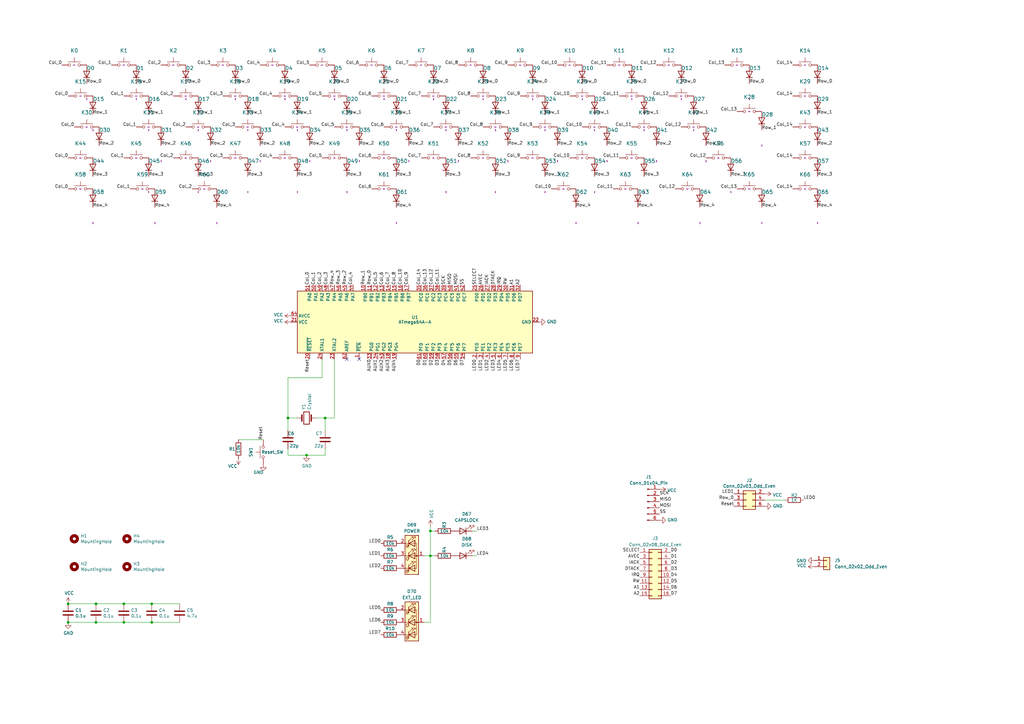
<source format=kicad_sch>
(kicad_sch (version 20230121) (generator eeschema)
  (paper "A3")
  (title_block (title "rosco_m68k") (date "2023-11-25 11:02") (comment 1 "Author: Ross Bamford") (comment 2 "Generated by klepcbgen.py v0.1"))
  (junction (at 50.8 255.27))
  (junction (at 133.35 171.45))
  (junction (at 27.94 247.65))
  (junction (at 62.23 255.27))
  (junction (at 50.8 247.65))
  (junction (at 176.53 227.965))
  (junction (at 62.23 247.65))
  (junction (at 176.53 217.805))
  (junction (at 39.37 255.27))
  (junction (at 27.94 255.27))
  (junction (at 39.37 247.65))
  (junction (at 118.11 171.45))
  (junction (at 125.73 186.69))
  (no_connect (at 142.24 147.32))
  (no_connect (at 147.32 147.32))
  (wire (pts (xy 137.16 147.32) (xy 137.16 171.45)))
  (wire (pts (xy 39.37 247.65) (xy 50.8 247.65)))
  (wire (pts (xy 27.94 247.65) (xy 39.37 247.65)))
  (wire (pts (xy 173.99 227.965) (xy 176.53 227.965)))
  (wire (pts (xy 176.53 227.965) (xy 178.435 227.965)))
  (wire (pts (xy 118.11 186.69) (xy 118.11 184.15)))
  (wire (pts (xy 129.54 171.45) (xy 133.35 171.45)))
  (wire (pts (xy 193.675 227.965) (xy 195.58 227.965)))
  (wire (pts (xy 97.79 180.34) (xy 107.95 180.34)))
  (wire (pts (xy 176.53 215.9) (xy 176.53 217.805)))
  (wire (pts (xy 137.16 171.45) (xy 133.35 171.45)))
  (wire (pts (xy 121.92 171.45) (xy 118.11 171.45)))
  (wire (pts (xy 27.94 255.27) (xy 39.37 255.27)))
  (wire (pts (xy 313.69 205.105) (xy 321.945 205.105)))
  (wire (pts (xy 125.73 186.69) (xy 133.35 186.69)))
  (wire (pts (xy 50.8 247.65) (xy 62.23 247.65)))
  (wire (pts (xy 118.11 176.53) (xy 118.11 171.45)))
  (wire (pts (xy 133.35 186.69) (xy 133.35 184.15)))
  (wire (pts (xy 39.37 255.27) (xy 50.8 255.27)))
  (wire (pts (xy 118.11 186.69) (xy 125.73 186.69)))
  (wire (pts (xy 118.11 171.45) (xy 118.11 154.94)))
  (wire (pts (xy 132.08 147.32) (xy 132.08 154.94)))
  (wire (pts (xy 133.35 171.45) (xy 133.35 176.53)))
  (wire (pts (xy 176.53 255.27) (xy 176.53 227.965)))
  (wire (pts (xy 176.53 217.805) (xy 176.53 227.965)))
  (wire (pts (xy 132.08 154.94) (xy 118.11 154.94)))
  (wire (pts (xy 178.435 217.805) (xy 176.53 217.805)))
  (wire (pts (xy 62.23 247.65) (xy 73.66 247.65)))
  (wire (pts (xy 193.675 217.805) (xy 195.58 217.805)))
  (wire (pts (xy 173.99 255.27) (xy 176.53 255.27)))
  (wire (pts (xy 62.23 255.27) (xy 73.66 255.27)))
  (wire (pts (xy 50.8 255.27) (xy 62.23 255.27)))
  (label "D7" (at 190.5 147.32 270))
  (label "Row_3" (at 203.2 72.39 0))
  (label "Col_4" (at 144.78 116.84 90))
  (label "A2" (at 213.36 116.84 90))
  (label "Col_14" (at 172.72 116.84 90))
  (label "Col_2" (at 66.04 26.67 180))
  (label "Col_8" (at 198.12 52.07 180))
  (label "Row_4" (at 236.22 85.09 0))
  (label "Row_1" (at 38.1 46.99 0))
  (label "Row_4" (at 38.1 85.09 0))
  (label "Col_7" (at 172.72 64.77 180))
  (label "Col_11" (at 254 39.37 180))
  (label "A1" (at 210.82 116.84 90))
  (label "D5" (at 275.082 239.268 0))
  (label "Row_0" (at 137.16 34.29 0))
  (label "D3" (at 180.34 147.32 270))
  (label "D5" (at 185.42 147.32 270))
  (label "Row_1" (at 335.28 46.99 0))
  (label "Row_1" (at 203.2 46.99 0))
  (label "Col_12" (at 177.8 116.84 90))
  (label "LED7" (at 156.21 260.35 180))
  (label "Row_1" (at 81.28 46.99 0))
  (label "Col_6" (at 152.4 77.47 180))
  (label "Col_12" (at 279.4 52.07 180))
  (label "MISO" (at 185.42 116.84 90))
  (label "Row_2" (at 86.36 59.69 0))
  (label "Row_0" (at 279.4 34.29 0))
  (label "D0" (at 275.082 226.568 0))
  (label "Col_1" (at 55.88 52.07 180))
  (label "Col_11" (at 251.46 77.47 180))
  (label "AUX4" (at 162.56 147.32 270))
  (label "Col_14" (at 325.12 64.77 180))
  (label "IRQ" (at 205.74 116.84 90))
  (label "Col_8" (at 193.04 64.77 180))
  (label "Row_1" (at 312.42 53.34 0))
  (label "Row_3" (at 139.7 116.84 90))
  (label "LED1" (at 156.21 227.965 180))
  (label "Col_10" (at 165.1 116.84 90))
  (label "Col_5" (at 132.08 64.77 180))
  (label "Row_0" (at 35.56 34.29 0))
  (label "Col_14" (at 325.12 77.47 180))
  (label "A2" (at 262.382 244.348 180))
  (label "Col_3" (at 86.36 26.67 180))
  (label "A1" (at 262.382 241.808 180))
  (label "Col_0" (at 27.94 39.37 180))
  (label "Row_2" (at 66.04 59.69 0))
  (label "SS" (at 270.51 210.82 0))
  (label "Row_2" (at 208.28 59.69 0))
  (label "Col_0" (at 25.4 26.67 180))
  (label "Col_9" (at 213.36 64.77 180))
  (label "Col_1" (at 129.54 116.84 90))
  (label "Col_11" (at 254 64.77 180))
  (label "MOSI" (at 187.96 116.84 90))
  (label "Col_3" (at 134.62 116.84 90))
  (label "Row_0" (at 55.88 34.29 0))
  (label "Col_10" (at 226.06 77.47 180))
  (label "Row_4" (at 335.28 85.09 0))
  (label "IRQ" (at 262.382 236.728 180))
  (label "Col_2" (at 78.74 77.47 180))
  (label "Col_6" (at 147.32 26.67 180))
  (label "Row_3" (at 264.16 72.39 0))
  (label "LED3" (at 195.58 217.805 0))
  (label "SCK" (at 270.51 203.2 0))
  (label "LED0" (at 156.21 222.885 180))
  (label "LED1" (at 198.12 147.32 270))
  (label "Col_14" (at 325.12 39.37 180))
  (label "D7" (at 275.082 244.348 0))
  (label "Row_4" (at 312.42 85.09 0))
  (label "Col_12" (at 269.24 26.67 180))
  (label "Row_3" (at 182.88 72.39 0))
  (label "Row_1" (at 101.6 46.99 0))
  (label "Row_1" (at 223.52 46.99 0))
  (label "LED3" (at 203.2 147.32 270))
  (label "LED2" (at 200.66 147.32 270))
  (label "Col_7" (at 167.64 26.67 180))
  (label "LED6" (at 156.21 255.27 180))
  (label "Row_3" (at 335.28 72.39 0))
  (label "Col_10" (at 233.68 39.37 180))
  (label "Row_3" (at 38.1 72.39 0))
  (label "SCK" (at 182.88 116.84 90))
  (label "Col_5" (at 127 26.67 180))
  (label "Col_13" (at 302.26 77.47 180))
  (label "Col_9" (at 218.44 52.07 180))
  (label "Col_2" (at 71.12 64.77 180))
  (label "Col_12" (at 289.56 64.77 180))
  (label "Col_8" (at 193.04 39.37 180))
  (label "Col_0" (at 30.48 52.07 180))
  (label "Col_9" (at 208.28 26.67 180))
  (label "Row_1" (at 121.92 46.99 0))
  (label "Col_11" (at 180.34 116.84 90))
  (label "D2" (at 275.082 231.648 0))
  (label "Row_2" (at 335.28 59.69 0))
  (label "Row_3" (at 299.72 72.39 0))
  (label "Col_10" (at 233.68 64.77 180))
  (label "IACK" (at 200.66 116.84 90))
  (label "Col_4" (at 111.76 39.37 180))
  (label "Row_4" (at 287.02 85.09 0))
  (label "Row_0" (at 335.28 34.29 0))
  (label "RW" (at 262.382 239.268 180))
  (label "Col_9" (at 167.64 116.84 90))
  (label "Row_3" (at 60.96 72.39 0))
  (label "Col_4" (at 106.68 26.67 180))
  (label "Col_3" (at 96.52 52.07 180))
  (label "SS" (at 190.5 116.84 90))
  (label "SELECT" (at 262.382 226.568 180))
  (label "Row_4" (at 63.5 85.09 0))
  (label "Row_0" (at 218.44 34.29 0))
  (label "Col_13" (at 297.18 26.67 180))
  (label "LED0" (at 329.565 205.105 0))
  (label "Row_1" (at 149.86 116.84 90))
  (label "Row_3" (at 81.28 72.39 0))
  (label "Col_1" (at 50.8 64.77 180))
  (label "Row_2" (at 289.56 59.69 0))
  (label "LED2" (at 156.21 233.045 180))
  (label "Col_2" (at 132.08 116.84 90))
  (label "Row_0" (at 259.08 34.29 0))
  (label "Row_1" (at 264.16 46.99 0))
  (label "Col_7" (at 177.8 52.07 180))
  (label "Row_0" (at 307.34 34.29 0))
  (label "D4" (at 275.082 236.728 0))
  (label "Row_2" (at 127 59.69 0))
  (label "Col_7" (at 172.72 39.37 180))
  (label "LED1" (at 300.99 202.565 180))
  (label "Row_2" (at 228.6 59.69 0))
  (label "Col_6" (at 152.4 64.77 180))
  (label "Col_14" (at 325.12 26.67 180))
  (label "Col_12" (at 274.32 39.37 180))
  (label "LED0" (at 195.58 147.32 270))
  (label "Col_0" (at 27.94 77.47 180))
  (label "MOSI" (at 270.51 208.28 0))
  (label "Row_0" (at 116.84 34.29 0))
  (label "AVEC" (at 262.382 229.108 180))
  (label "Col_6" (at 152.4 39.37 180))
  (label "Row_0" (at 76.2 34.29 0))
  (label "AUX0" (at 152.4 147.32 270))
  (label "Row_3" (at 223.52 72.39 0))
  (label "Row_2" (at 40.64 59.69 0))
  (label "Row_0" (at 157.48 34.29 0))
  (label "Col_14" (at 325.12 52.07 180))
  (label "Col_1" (at 53.34 77.47 180))
  (label "Col_11" (at 248.92 26.67 180))
  (label "DTACK" (at 262.382 234.188 180))
  (label "Row_2" (at 167.64 59.69 0))
  (label "Col_13" (at 175.26 116.84 90))
  (label "Col_5" (at 154.94 116.84 90))
  (label "AUX1" (at 154.94 147.32 270))
  (label "Col_0" (at 27.94 64.77 180))
  (label "Col_5" (at 137.16 52.07 180))
  (label "Row_2" (at 147.32 59.69 0))
  (label "Col_1" (at 50.8 39.37 180))
  (label "Row_3" (at 101.6 72.39 0))
  (label "AUX2" (at 157.48 147.32 270))
  (label "Col_7" (at 160.02 116.84 90))
  (label "Reset" (at 300.99 207.645 180))
  (label "D6" (at 187.96 147.32 270))
  (label "Col_12" (at 276.86 77.47 180))
  (label "Col_3" (at 91.44 39.37 180))
  (label "DTACK" (at 203.2 116.84 90))
  (label "Row_2" (at 142.24 116.84 90))
  (label "LED4" (at 205.74 147.32 270))
  (label "MISO" (at 270.51 205.74 0))
  (label "SELECT" (at 195.58 116.84 90))
  (label "Row_0" (at 177.8 34.29 0))
  (label "Row_0" (at 96.52 34.29 0))
  (label "Reset" (at 127 147.32 270))
  (label "Row_0" (at 152.4 116.84 90))
  (label "Row_3" (at 162.56 72.39 0))
  (label "Reset" (at 107.95 180.34 90))
  (label "D6" (at 275.082 241.808 0))
  (label "Col_4" (at 116.84 52.07 180))
  (label "IACK" (at 262.382 231.648 180))
  (label "Row_3" (at 243.84 72.39 0))
  (label "LED6" (at 210.82 147.32 270))
  (label "Row_2" (at 269.24 59.69 0))
  (label "Row_1" (at 182.88 46.99 0))
  (label "Row_2" (at 248.92 59.69 0))
  (label "Row_0" (at 238.76 34.29 0))
  (label "Col_10" (at 238.76 52.07 180))
  (label "Row_4" (at 88.9 85.09 0))
  (label "Col_11" (at 259.08 52.07 180))
  (label "Col_4" (at 111.76 64.77 180))
  (label "D3" (at 275.082 234.188 0))
  (label "Col_3" (at 91.44 64.77 180))
  (label "Col_5" (at 132.08 39.37 180))
  (label "LED5" (at 156.21 250.19 180))
  (label "D4" (at 182.88 147.32 270))
  (label "Row_3" (at 142.24 72.39 0))
  (label "Row_0" (at 198.12 34.29 0))
  (label "D0" (at 172.72 147.32 270))
  (label "LED7" (at 213.36 147.32 270))
  (label "Row_4" (at 162.56 85.09 0))
  (label "Col_6" (at 157.48 116.84 90))
  (label "Col_6" (at 157.48 52.07 180))
  (label "D2" (at 177.8 147.32 270))
  (label "Col_0" (at 127 116.84 90))
  (label "Row_2" (at 106.68 59.69 0))
  (label "Row_3" (at 121.92 72.39 0))
  (label "Col_1" (at 45.72 26.67 180))
  (label "LED5" (at 208.28 147.32 270))
  (label "Row_1" (at 142.24 46.99 0))
  (label "Col_2" (at 71.12 39.37 180))
  (label "AVEC" (at 198.12 116.84 90))
  (label "Col_8" (at 162.56 116.84 90))
  (label "Col_8" (at 187.96 26.67 180))
  (label "Row_4" (at 137.16 116.84 90))
  (label "Row_1" (at 60.96 46.99 0))
  (label "Col_2" (at 76.2 52.07 180))
  (label "D1" (at 275.082 229.108 0))
  (label "AUX3" (at 160.02 147.32 270))
  (label "Col_9" (at 213.36 39.37 180))
  (label "Col_10" (at 228.6 26.67 180))
  (label "LED4" (at 195.58 227.965 0))
  (label "Col_13" (at 302.26 45.72 180))
  (label "Row_1" (at 284.48 46.99 0))
  (label "Row_0" (at 300.99 205.105 180))
  (label "Row_1" (at 243.84 46.99 0))
  (label "Row_4" (at 261.62 85.09 0))
  (label "RW" (at 208.28 116.84 90))
  (label "D1" (at 175.26 147.32 270))
  (label "Row_2" (at 187.96 59.69 0))
  (label "Row_1" (at 162.56 46.99 0))
  (symbol (lib_id "power:GND") (at 125.73 186.69 0) (unit 1)
    (property "Reference" "#PWR0101" (effects hide))
    (property "Value" "GND" (at 125.857 191.0842 0))
  )
  (symbol (lib_id "power:GND") (at 27.94 255.27 0) (unit 1)
    (property "Reference" "#PWR0102" (effects hide))
    (property "Value" "GND" (at 28.067 259.6642 0))
  )
  (symbol (lib_id "power:VCC") (at 27.94 247.65 0) (unit 1)
    (property "Reference" "#PWR0103" (effects hide))
    (property "Value" "VCC" (at 28.3718 243.2558 0))
  )
  (symbol (lib_id "power:VCC") (at 97.79 187.96 180) (unit 1)
    (property "Reference" "#PWR0104" (effects hide))
    (property "Value" "VCC" (at 97.3328 191.1858 0) (effects (justify left)))
  )
  (symbol (lib_id "power:GND") (at 107.95 190.5 0) (unit 1)
    (property "Reference" "#PWR0105" (effects hide))
    (property "Value" "GND" (at 108.077 193.7512 0) (effects (justify right)))
  )
  (symbol (lib_id "power:VCC") (at 119.38 129.54 90) (unit 1)
    (property "Reference" "#PWR0108" (effects hide))
    (property "Value" "VCC" (at 116.1288 129.1082 90) (effects (justify left)))
  )
  (symbol (lib_id "Mechanical:MountingHole") (at 30.48 232.41 0) (unit 1) (in_bom no)
    (property "Reference" "H2" (at 33.02 231.2416 0) (effects (justify left)))
    (property "Value" "MountingHole" (at 33.02 233.553 0) (effects (justify left)))
    (property "Footprint" "MountingHole:MountingHole_3.2mm_M3_DIN965" (effects hide))
  )
  (symbol (lib_id "Mechanical:MountingHole") (at 30.48 220.98 0) (unit 1) (in_bom no)
    (property "Reference" "H1" (at 33.02 219.8116 0) (effects (justify left)))
    (property "Value" "MountingHole" (at 33.02 222.123 0) (effects (justify left)))
    (property "Footprint" "MountingHole:MountingHole_3.2mm_M3_DIN965" (effects hide))
  )
  (symbol (lib_id "power:VCC") (at 119.38 132.08 90) (unit 1)
    (property "Reference" "#PWR0110" (effects hide))
    (property "Value" "VCC" (at 116.1542 131.6228 90) (effects (justify left)))
  )
  (symbol (lib_id "Mechanical:MountingHole") (at 52.07 220.98 0) (unit 1) (in_bom no)
    (property "Reference" "H4" (at 54.61 219.8116 0) (effects (justify left)))
    (property "Value" "MountingHole" (at 54.61 222.123 0) (effects (justify left)))
    (property "Footprint" "MountingHole:MountingHole_3.2mm_M3_DIN965" (effects hide))
  )
  (symbol (lib_id "Mechanical:MountingHole") (at 52.07 232.41 0) (unit 1) (in_bom no)
    (property "Reference" "H3" (at 54.61 231.2416 0) (effects (justify left)))
    (property "Value" "MountingHole" (at 54.61 233.553 0) (effects (justify left)))
    (property "Footprint" "MountingHole:MountingHole_3.2mm_M3_DIN965" (effects hide))
  )
  (symbol (lib_id "power:GND") (at 220.98 132.08 90) (unit 1)
    (property "Reference" "#PWR0113" (effects hide))
    (property "Value" "GND" (at 224.2312 131.953 90) (effects (justify right)))
  )
  (symbol (lib_id "Device:R") (at 97.79 184.15 0) (unit 1)
    (property "Reference" "R1" (at 95.25 184.15 0))
    (property "Value" "10k" (at 97.79 184.15 90))
    (property "Footprint" "Resistor_SMD:R_0805_2012Metric_Pad1.15x1.40mm_HandSolder" (effects hide))
  )
  (symbol (lib_id "Switch:SW_Push") (at 107.95 185.42 90) (unit 1)
    (property "Reference" "SW1" (at 102.87 185.42 0))
    (property "Value" "Reset_SW" (at 111.76 185.42 90))
    (property "Footprint" "Button_Switch_SMD:SW_Push_1P1T_NO_6x6mm_H9.5mm" (effects hide))
  )
  (symbol (lib_id "Device:C") (at 27.94 251.46 0) (unit 1)
    (property "Reference" "C1" (at 30.861 250.2916 0) (effects (justify left)))
    (property "Value" "0.1u" (at 30.861 252.603 0) (effects (justify left)))
    (property "Footprint" "Capacitor_SMD:C_0805_2012Metric_Pad1.15x1.40mm_HandSolder" (effects hide))
  )
  (symbol (lib_id "Device:C") (at 39.37 251.46 0) (unit 1)
    (property "Reference" "C2" (at 42.291 250.2916 0) (effects (justify left)))
    (property "Value" "0.1u" (at 42.291 252.603 0) (effects (justify left)))
    (property "Footprint" "Capacitor_SMD:C_0805_2012Metric_Pad1.15x1.40mm_HandSolder" (effects hide))
  )
  (symbol (lib_id "Device:C") (at 50.8 251.46 0) (unit 1)
    (property "Reference" "C3" (at 53.721 250.2916 0) (effects (justify left)))
    (property "Value" "0.1u" (at 53.721 252.603 0) (effects (justify left)))
    (property "Footprint" "Capacitor_SMD:C_0805_2012Metric_Pad1.15x1.40mm_HandSolder" (effects hide))
  )
  (symbol (lib_id "Device:C") (at 62.23 251.46 0) (unit 1)
    (property "Reference" "C4" (at 65.151 250.2916 0) (effects (justify left)))
    (property "Value" "0.1u" (at 65.151 252.603 0) (effects (justify left)))
    (property "Footprint" "Capacitor_SMD:C_0805_2012Metric_Pad1.15x1.40mm_HandSolder" (effects hide))
  )
  (symbol (lib_id "Device:C") (at 73.66 251.46 0) (unit 1)
    (property "Reference" "C5" (at 76.581 250.2916 0) (effects (justify left)))
    (property "Value" "4.7u" (at 76.581 252.603 0) (effects (justify left)))
    (property "Footprint" "Capacitor_SMD:C_0805_2012Metric_Pad1.15x1.40mm_HandSolder" (effects hide))
  )
  (symbol (lib_id "Device:C") (at 133.35 180.34 0) (unit 1)
    (property "Reference" "C7" (at 130.81 177.8 0))
    (property "Value" "22p" (at 130.81 182.88 0))
    (property "Footprint" "Capacitor_SMD:C_0805_2012Metric_Pad1.15x1.40mm_HandSolder" (effects hide))
  )
  (symbol (lib_id "Device:C") (at 118.11 180.34 0) (unit 1)
    (property "Reference" "C6" (at 119.38 177.8 0))
    (property "Value" "22p" (at 120.65 182.88 0))
    (property "Footprint" "Capacitor_SMD:C_0805_2012Metric_Pad1.15x1.40mm_HandSolder" (effects hide))
  )
  (symbol (lib_id "Device:Crystal") (at 125.73 171.45 0) (unit 1)
    (property "Reference" "Y1" (at 124.5616 168.1226 90) (effects (justify left)))
    (property "Value" "Crystal" (at 126.873 168.1226 90) (effects (justify left)))
    (property "Footprint" "Crystal:Crystal_SMD_5032-2Pin_5.0x3.2mm_HandSoldering" (effects hide))
  )
  (symbol (lib_id "Connector_Generic:Conn_02x03_Odd_Even") (at 306.07 205.105 0) (unit 1) (in_bom no)
    (property "Reference" "J2" (at 307.34 197.0532 0))
    (property "Value" "Conn_02x03_Odd_Even" (at 307.34 199.3646 0))
    (property "Footprint" "Connector_PinHeader_2.54mm:PinHeader_2x03_P2.54mm_Vertical" (effects hide))
  )
  (symbol (lib_id "power:VCC") (at 313.69 202.565 270) (unit 1)
    (property "Reference" "#PWR0109" (effects hide))
    (property "Value" "VCC" (at 316.9158 203.0222 90) (effects (justify left)))
  )
  (symbol (lib_id "power:GND") (at 313.69 207.645 90) (unit 1)
    (property "Reference" "#PWR0112" (effects hide))
    (property "Value" "GND" (at 316.9412 207.518 90) (effects (justify right)))
  )
  (symbol (lib_id "Switch:SW_Push") (at 203.2 52.07 0) (unit 1) (in_bom no)
    (property "Reference" "K38" (at 203.2 46.1518 0) (effects (font (size 1.524 1.524))))
    (property "Value" "K" (effects hide))
    (property "Footprint" "Button_Switch_Keyboard:SW_Cherry_MX_1.00u_PCB" (effects hide))
    (property "Datasheet" "~" (at 203.2 52.07 0) (effects (font (size 1.524 1.524))))
  )
  (symbol (lib_id "Device:D") (at 40.64 55.88 90) (unit 1)
    (property "Reference" "D30" (at 40.64 53.34 90) (effects (font (size 1.524 1.524)) (justify right)))
    (property "Value" "1N4148W" (effects hide))
    (property "Footprint" "Diode_SMD:D_SOD-123" (effects hide))
    (property "Datasheet" "~" (at 40.64 66.04 0) (effects (font (size 1.524 1.524))))
    (property "Sim.Device" "D" (effects hide))
    (property "Sim.Pins" "1=K 2=A" (effects hide))
  )
  (symbol (lib_id "Switch:SW_Push") (at 238.76 39.37 0) (unit 1) (in_bom no)
    (property "Reference" "K25" (at 238.76 33.4518 0) (effects (font (size 1.524 1.524))))
    (property "Value" "P" (effects hide))
    (property "Footprint" "Button_Switch_Keyboard:SW_Cherry_MX_1.00u_PCB" (effects hide))
    (property "Datasheet" "~" (at 238.76 39.37 0) (effects (font (size 1.524 1.524))))
  )
  (symbol (lib_id "Switch:SW_Push") (at 157.48 64.77 0) (unit 1) (in_bom no)
    (property "Reference" "K50" (at 157.48 58.8518 0) (effects (font (size 1.524 1.524))))
    (property "Value" "B" (effects hide))
    (property "Footprint" "Button_Switch_Keyboard:SW_Cherry_MX_1.00u_PCB" (effects hide))
    (property "Datasheet" "~" (at 157.48 64.77 0) (effects (font (size 1.524 1.524))))
  )
  (symbol (lib_id "Device:R") (at 325.755 205.105 90) (unit 1)
    (property "Reference" "R2" (at 325.755 203.2 90))
    (property "Value" "1K" (at 325.755 205.105 90))
    (property "Footprint" "Resistor_SMD:R_0805_2012Metric_Pad1.15x1.40mm_HandSolder" (effects hide))
  )
  (symbol (lib_id "Device:D") (at 177.8 30.48 90) (unit 1)
    (property "Reference" "D7" (at 177.8 27.94 90) (effects (font (size 1.524 1.524)) (justify right)))
    (property "Value" "1N4148W" (effects hide))
    (property "Footprint" "Diode_SMD:D_SOD-123" (effects hide))
    (property "Datasheet" "~" (at 177.8 40.64 0) (effects (font (size 1.524 1.524))))
    (property "Sim.Device" "D" (effects hide))
    (property "Sim.Pins" "1=K 2=A" (effects hide))
  )
  (symbol (lib_id "Device:D") (at 157.48 30.48 90) (unit 1)
    (property "Reference" "D6" (at 157.48 27.94 90) (effects (font (size 1.524 1.524)) (justify right)))
    (property "Value" "1N4148W" (effects hide))
    (property "Footprint" "Diode_SMD:D_SOD-123" (effects hide))
    (property "Datasheet" "~" (at 157.48 40.64 0) (effects (font (size 1.524 1.524))))
    (property "Sim.Device" "D" (effects hide))
    (property "Sim.Pins" "1=K 2=A" (effects hide))
  )
  (symbol (lib_id "Switch:SW_Push") (at 254 26.67 0) (unit 1) (in_bom no)
    (property "Reference" "K11" (at 254 20.7518 0) (effects (font (size 1.524 1.524))))
    (property "Value" "_,-" (effects hide))
    (property "Footprint" "Button_Switch_Keyboard:SW_Cherry_MX_1.00u_PCB" (effects hide))
    (property "Datasheet" "~" (at 254 26.67 0) (effects (font (size 1.524 1.524))))
  )
  (symbol (lib_id "Device:D") (at 182.88 68.58 90) (unit 1)
    (property "Reference" "D51" (at 182.88 66.04 90) (effects (font (size 1.524 1.524)) (justify right)))
    (property "Value" "1N4148W" (effects hide))
    (property "Footprint" "Diode_SMD:D_SOD-123" (effects hide))
    (property "Datasheet" "~" (at 182.88 78.74 0) (effects (font (size 1.524 1.524))))
    (property "Sim.Device" "D" (effects hide))
    (property "Sim.Pins" "1=K 2=A" (effects hide))
  )
  (symbol (lib_id "Switch:SW_Push") (at 76.2 64.77 0) (unit 1) (in_bom no)
    (property "Reference" "K46" (at 76.2 58.8518 0) (effects (font (size 1.524 1.524))))
    (property "Value" "Z" (effects hide))
    (property "Footprint" "Button_Switch_Keyboard:SW_Cherry_MX_1.00u_PCB" (effects hide))
    (property "Datasheet" "~" (at 76.2 64.77 0) (effects (font (size 1.524 1.524))))
  )
  (symbol (lib_id "Switch:SW_Push") (at 96.52 39.37 0) (unit 1) (in_bom no)
    (property "Reference" "K18" (at 96.52 33.4518 0) (effects (font (size 1.524 1.524))))
    (property "Value" "E" (effects hide))
    (property "Footprint" "Button_Switch_Keyboard:SW_Cherry_MX_1.00u_PCB" (effects hide))
    (property "Datasheet" "~" (at 96.52 39.37 0) (effects (font (size 1.524 1.524))))
  )
  (symbol (lib_id "Device:R") (at 160.02 227.965 270) (unit 1)
    (property "Reference" "R6" (at 160.02 225.425 90))
    (property "Value" "10k" (at 160.02 227.965 90))
    (property "Footprint" "Resistor_SMD:R_0805_2012Metric_Pad1.20x1.40mm_HandSolder" (effects hide))
  )
  (symbol (lib_id "Device:D") (at 66.04 55.88 90) (unit 1)
    (property "Reference" "D31" (at 66.04 53.34 90) (effects (font (size 1.524 1.524)) (justify right)))
    (property "Value" "1N4148W" (effects hide))
    (property "Footprint" "Diode_SMD:D_SOD-123" (effects hide))
    (property "Datasheet" "~" (at 66.04 66.04 0) (effects (font (size 1.524 1.524))))
    (property "Sim.Device" "D" (effects hide))
    (property "Sim.Pins" "1=K 2=A" (effects hide))
  )
  (symbol (lib_id "Device:D") (at 264.16 43.18 90) (unit 1)
    (property "Reference" "D26" (at 264.16 40.64 90) (effects (font (size 1.524 1.524)) (justify right)))
    (property "Value" "1N4148W" (effects hide))
    (property "Footprint" "Diode_SMD:D_SOD-123" (effects hide))
    (property "Datasheet" "~" (at 264.16 53.34 0) (effects (font (size 1.524 1.524))))
    (property "Sim.Device" "D" (effects hide))
    (property "Sim.Pins" "1=K 2=A" (effects hide))
  )
  (symbol (lib_id "Device:D") (at 238.76 30.48 90) (unit 1)
    (property "Reference" "D10" (at 238.76 27.94 90) (effects (font (size 1.524 1.524)) (justify right)))
    (property "Value" "1N4148W" (effects hide))
    (property "Footprint" "Diode_SMD:D_SOD-123" (effects hide))
    (property "Datasheet" "~" (at 238.76 40.64 0) (effects (font (size 1.524 1.524))))
    (property "Sim.Device" "D" (effects hide))
    (property "Sim.Pins" "1=K 2=A" (effects hide))
  )
  (symbol (lib_id "Device:D") (at 60.96 43.18 90) (unit 1)
    (property "Reference" "D16" (at 60.96 40.64 90) (effects (font (size 1.524 1.524)) (justify right)))
    (property "Value" "1N4148W" (effects hide))
    (property "Footprint" "Diode_SMD:D_SOD-123" (effects hide))
    (property "Datasheet" "~" (at 60.96 53.34 0) (effects (font (size 1.524 1.524))))
    (property "Sim.Device" "D" (effects hide))
    (property "Sim.Pins" "1=K 2=A" (effects hide))
  )
  (symbol (lib_id "Device:D") (at 218.44 30.48 90) (unit 1)
    (property "Reference" "D9" (at 218.44 27.94 90) (effects (font (size 1.524 1.524)) (justify right)))
    (property "Value" "1N4148W" (effects hide))
    (property "Footprint" "Diode_SMD:D_SOD-123" (effects hide))
    (property "Datasheet" "~" (at 218.44 40.64 0) (effects (font (size 1.524 1.524))))
    (property "Sim.Device" "D" (effects hide))
    (property "Sim.Pins" "1=K 2=A" (effects hide))
  )
  (symbol (lib_id "Device:D") (at 142.24 43.18 90) (unit 1)
    (property "Reference" "D20" (at 142.24 40.64 90) (effects (font (size 1.524 1.524)) (justify right)))
    (property "Value" "1N4148W" (effects hide))
    (property "Footprint" "Diode_SMD:D_SOD-123" (effects hide))
    (property "Datasheet" "~" (at 142.24 53.34 0) (effects (font (size 1.524 1.524))))
    (property "Sim.Device" "D" (effects hide))
    (property "Sim.Pins" "1=K 2=A" (effects hide))
  )
  (symbol (lib_id "Device:D") (at 121.92 68.58 90) (unit 1)
    (property "Reference" "D48" (at 121.92 66.04 90) (effects (font (size 1.524 1.524)) (justify right)))
    (property "Value" "1N4148W" (effects hide))
    (property "Footprint" "Diode_SMD:D_SOD-123" (effects hide))
    (property "Datasheet" "~" (at 121.92 78.74 0) (effects (font (size 1.524 1.524))))
    (property "Sim.Device" "D" (effects hide))
    (property "Sim.Pins" "1=K 2=A" (effects hide))
  )
  (symbol (lib_id "Device:D") (at 162.56 43.18 90) (unit 1)
    (property "Reference" "D21" (at 162.56 40.64 90) (effects (font (size 1.524 1.524)) (justify right)))
    (property "Value" "1N4148W" (effects hide))
    (property "Footprint" "Diode_SMD:D_SOD-123" (effects hide))
    (property "Datasheet" "~" (at 162.56 53.34 0) (effects (font (size 1.524 1.524))))
    (property "Sim.Device" "D" (effects hide))
    (property "Sim.Pins" "1=K 2=A" (effects hide))
  )
  (symbol (lib_id "Device:D") (at 279.4 30.48 90) (unit 1)
    (property "Reference" "D12" (at 279.4 27.94 90) (effects (font (size 1.524 1.524)) (justify right)))
    (property "Value" "1N4148W" (effects hide))
    (property "Footprint" "Diode_SMD:D_SOD-123" (effects hide))
    (property "Datasheet" "~" (at 279.4 40.64 0) (effects (font (size 1.524 1.524))))
    (property "Sim.Device" "D" (effects hide))
    (property "Sim.Pins" "1=K 2=A" (effects hide))
  )
  (symbol (lib_id "Device:D") (at 284.48 43.18 90) (unit 1)
    (property "Reference" "D27" (at 284.48 40.64 90) (effects (font (size 1.524 1.524)) (justify right)))
    (property "Value" "1N4148W" (effects hide))
    (property "Footprint" "Diode_SMD:D_SOD-123" (effects hide))
    (property "Datasheet" "~" (at 284.48 53.34 0) (effects (font (size 1.524 1.524))))
    (property "Sim.Device" "D" (effects hide))
    (property "Sim.Pins" "1=K 2=A" (effects hide))
  )
  (symbol (lib_id "Device:R") (at 182.245 217.805 270) (unit 1)
    (property "Reference" "R3" (at 182.245 215.265 0))
    (property "Value" "10k" (at 182.245 217.805 90))
    (property "Footprint" "Resistor_SMD:R_0805_2012Metric_Pad1.20x1.40mm_HandSolder" (effects hide))
  )
  (symbol (lib_id "Device:D") (at 127 55.88 90) (unit 1)
    (property "Reference" "D34" (at 127 53.34 90) (effects (font (size 1.524 1.524)) (justify right)))
    (property "Value" "1N4148W" (effects hide))
    (property "Footprint" "Diode_SMD:D_SOD-123" (effects hide))
    (property "Datasheet" "~" (at 127 66.04 0) (effects (font (size 1.524 1.524))))
    (property "Sim.Device" "D" (effects hide))
    (property "Sim.Pins" "1=K 2=A" (effects hide))
  )
  (symbol (lib_id "Switch:SW_Push") (at 279.4 39.37 0) (unit 1) (in_bom no)
    (property "Reference" "K27" (at 279.4 33.4518 0) (effects (font (size 1.524 1.524))))
    (property "Value" "},]" (effects hide))
    (property "Footprint" "Button_Switch_Keyboard:SW_Cherry_MX_1.00u_PCB" (effects hide))
    (property "Datasheet" "~" (at 279.4 39.37 0) (effects (font (size 1.524 1.524))))
  )
  (symbol (lib_id "Device:D") (at 63.5 81.28 90) (unit 1)
    (property "Reference" "D59" (at 63.5 78.74 90) (effects (font (size 1.524 1.524)) (justify right)))
    (property "Value" "1N4148W" (effects hide))
    (property "Footprint" "Diode_SMD:D_SOD-123" (effects hide))
    (property "Datasheet" "~" (at 63.5 91.44 0) (effects (font (size 1.524 1.524))))
    (property "Sim.Device" "D" (effects hide))
    (property "Sim.Pins" "1=K 2=A" (effects hide))
  )
  (symbol (lib_id "Switch:SW_Push") (at 330.2 26.67 0) (unit 1) (in_bom no)
    (property "Reference" "K14" (at 330.2 20.7518 0) (effects (font (size 1.524 1.524))))
    (property "Value" "F1" (effects hide))
    (property "Footprint" "Button_Switch_Keyboard:SW_Cherry_MX_1.00u_PCB" (effects hide))
    (property "Datasheet" "~" (at 330.2 26.67 0) (effects (font (size 1.524 1.524))))
  )
  (symbol (lib_id "power:VCC") (at 334.01 232.41 90) (unit 1)
    (property "Reference" "#PWR04" (effects hide))
    (property "Value" "VCC" (at 330.7842 231.9528 90) (effects (justify left)))
  )
  (symbol (lib_id "Connector:Conn_01x06_Pin") (at 265.43 205.74 0) (unit 1) (in_bom no)
    (property "Reference" "J1" (at 266.065 195.58 0))
    (property "Value" "Conn_01x04_Pin" (at 266.065 198.12 0))
    (property "Footprint" "Connector_PinHeader_2.54mm:PinHeader_1x06_P2.54mm_Horizontal" (effects hide))
  )
  (symbol (lib_id "Switch:SW_Push") (at 101.6 52.07 0) (unit 1) (in_bom no)
    (property "Reference" "K33" (at 101.6 46.1518 0) (effects (font (size 1.524 1.524))))
    (property "Value" "D" (effects hide))
    (property "Footprint" "Button_Switch_Keyboard:SW_Cherry_MX_1.00u_PCB" (effects hide))
    (property "Datasheet" "~" (at 101.6 52.07 0) (effects (font (size 1.524 1.524))))
  )
  (symbol (lib_id "Device:D") (at 223.52 68.58 90) (unit 1)
    (property "Reference" "D53" (at 223.52 66.04 90) (effects (font (size 1.524 1.524)) (justify right)))
    (property "Value" "1N4148W" (effects hide))
    (property "Footprint" "Diode_SMD:D_SOD-123" (effects hide))
    (property "Datasheet" "~" (at 223.52 78.74 0) (effects (font (size 1.524 1.524))))
    (property "Sim.Device" "D" (effects hide))
    (property "Sim.Pins" "1=K 2=A" (effects hide))
  )
  (symbol (lib_id "Device:R") (at 182.245 227.965 270) (unit 1)
    (property "Reference" "R4" (at 182.245 225.425 0))
    (property "Value" "10k" (at 182.245 227.965 90))
    (property "Footprint" "Resistor_SMD:R_0805_2012Metric_Pad1.20x1.40mm_HandSolder" (effects hide))
  )
  (symbol (lib_id "Switch:SW_Push") (at 142.24 52.07 0) (unit 1) (in_bom no)
    (property "Reference" "K35" (at 142.24 46.1518 0) (effects (font (size 1.524 1.524))))
    (property "Value" "G" (effects hide))
    (property "Footprint" "Button_Switch_Keyboard:SW_Cherry_MX_1.00u_PCB" (effects hide))
    (property "Datasheet" "~" (at 142.24 52.07 0) (effects (font (size 1.524 1.524))))
  )
  (symbol (lib_id "Switch:SW_Push") (at 55.88 64.77 0) (unit 1) (in_bom no)
    (property "Reference" "K45" (at 55.88 58.8518 0) (effects (font (size 1.524 1.524))))
    (property "Value" "~~,`" (effects hide))
    (property "Footprint" "Button_Switch_Keyboard:SW_Cherry_MX_1.00u_PCB" (effects hide))
    (property "Datasheet" "~" (at 55.88 64.77 0) (effects (font (size 1.524 1.524))))
  )
  (symbol (lib_id "Switch:SW_Push") (at 330.2 39.37 0) (unit 1) (in_bom no)
    (property "Reference" "K29" (at 330.2 33.4518 0) (effects (font (size 1.524 1.524))))
    (property "Value" "F2" (effects hide))
    (property "Footprint" "Button_Switch_Keyboard:SW_Cherry_MX_1.00u_PCB" (effects hide))
    (property "Datasheet" "~" (at 330.2 39.37 0) (effects (font (size 1.524 1.524))))
  )
  (symbol (lib_id "Device:R") (at 160.02 250.19 270) (unit 1)
    (property "Reference" "R8" (at 160.02 247.65 90))
    (property "Value" "10k" (at 160.02 250.19 90))
    (property "Footprint" "Resistor_SMD:R_0805_2012Metric_Pad1.20x1.40mm_HandSolder" (effects hide))
  )
  (symbol (lib_id "Switch:SW_Push") (at 116.84 64.77 0) (unit 1) (in_bom no)
    (property "Reference" "K48" (at 116.84 58.8518 0) (effects (font (size 1.524 1.524))))
    (property "Value" "C" (effects hide))
    (property "Footprint" "Button_Switch_Keyboard:SW_Cherry_MX_1.00u_PCB" (effects hide))
    (property "Datasheet" "~" (at 116.84 64.77 0) (effects (font (size 1.524 1.524))))
  )
  (symbol (lib_id "Device:D") (at 101.6 68.58 90) (unit 1)
    (property "Reference" "D47" (at 101.6 66.04 90) (effects (font (size 1.524 1.524)) (justify right)))
    (property "Value" "1N4148W" (effects hide))
    (property "Footprint" "Diode_SMD:D_SOD-123" (effects hide))
    (property "Datasheet" "~" (at 101.6 78.74 0) (effects (font (size 1.524 1.524))))
    (property "Sim.Device" "D" (effects hide))
    (property "Sim.Pins" "1=K 2=A" (effects hide))
  )
  (symbol (lib_id "Switch:SW_Push") (at 116.84 39.37 0) (unit 1) (in_bom no)
    (property "Reference" "K19" (at 116.84 33.4518 0) (effects (font (size 1.524 1.524))))
    (property "Value" "R" (effects hide))
    (property "Footprint" "Button_Switch_Keyboard:SW_Cherry_MX_1.00u_PCB" (effects hide))
    (property "Datasheet" "~" (at 116.84 39.37 0) (effects (font (size 1.524 1.524))))
  )
  (symbol (lib_id "Switch:SW_Push") (at 157.48 39.37 0) (unit 1) (in_bom no)
    (property "Reference" "K21" (at 157.48 33.4518 0) (effects (font (size 1.524 1.524))))
    (property "Value" "Y" (effects hide))
    (property "Footprint" "Button_Switch_Keyboard:SW_Cherry_MX_1.00u_PCB" (effects hide))
    (property "Datasheet" "~" (at 157.48 39.37 0) (effects (font (size 1.524 1.524))))
  )
  (symbol (lib_id "Connector_Generic:Conn_02x08_Odd_Even") (at 267.462 234.188 0) (unit 1) (in_bom no)
    (property "Reference" "J3" (at 268.732 220.853 0))
    (property "Value" "Conn_02x08_Odd_Even" (at 268.732 223.393 0))
    (property "Footprint" "Connector_PinHeader_2.54mm:PinHeader_2x08_P2.54mm_Vertical" (effects hide))
  )
  (symbol (lib_id "Switch:SW_Push") (at 33.02 64.77 0) (unit 1) (in_bom no)
    (property "Reference" "K44" (at 33.02 58.8518 0) (effects (font (size 1.524 1.524))))
    (property "Value" "SHIFT ⇧" (effects hide))
    (property "Footprint" "Button_Switch_Keyboard:SW_Cherry_MX_1.25u_PCB" (effects hide))
    (property "Datasheet" "~" (at 33.02 64.77 0) (effects (font (size 1.524 1.524))))
  )
  (symbol (lib_id "Device:D") (at 289.56 55.88 90) (unit 1)
    (property "Reference" "D42" (at 289.56 53.34 90) (effects (font (size 1.524 1.524)) (justify right)))
    (property "Value" "1N4148W" (effects hide))
    (property "Footprint" "Diode_SMD:D_SOD-123" (effects hide))
    (property "Datasheet" "~" (at 289.56 66.04 0) (effects (font (size 1.524 1.524))))
    (property "Sim.Device" "D" (effects hide))
    (property "Sim.Pins" "1=K 2=A" (effects hide))
  )
  (symbol (lib_id "Switch:SW_Push") (at 157.48 77.47 0) (unit 1) (in_bom no)
    (property "Reference" "K61" (at 157.48 71.5518 0) (effects (font (size 1.524 1.524))))
    (property "Value" "Blank" (effects hide))
    (property "Footprint" "Button_Switch_Keyboard:SW_Cherry_MX_2.75u_PCB" (effects hide))
    (property "Datasheet" "~" (at 157.48 77.47 0) (effects (font (size 1.524 1.524))))
  )
  (symbol (lib_id "Device:D") (at 287.02 81.28 90) (unit 1)
    (property "Reference" "D64" (at 287.02 78.74 90) (effects (font (size 1.524 1.524)) (justify right)))
    (property "Value" "1N4148W" (effects hide))
    (property "Footprint" "Diode_SMD:D_SOD-123" (effects hide))
    (property "Datasheet" "~" (at 287.02 91.44 0) (effects (font (size 1.524 1.524))))
    (property "Sim.Device" "D" (effects hide))
    (property "Sim.Pins" "1=K 2=A" (effects hide))
  )
  (symbol (lib_id "Device:D") (at 96.52 30.48 90) (unit 1)
    (property "Reference" "D3" (at 96.52 27.94 90) (effects (font (size 1.524 1.524)) (justify right)))
    (property "Value" "1N4148W" (effects hide))
    (property "Footprint" "Diode_SMD:D_SOD-123" (effects hide))
    (property "Datasheet" "~" (at 96.52 40.64 0) (effects (font (size 1.524 1.524))))
    (property "Sim.Device" "D" (effects hide))
    (property "Sim.Pins" "1=K 2=A" (effects hide))
  )
  (symbol (lib_id "Switch:SW_Push") (at 193.04 26.67 0) (unit 1) (in_bom no)
    (property "Reference" "K8" (at 193.04 20.7518 0) (effects (font (size 1.524 1.524))))
    (property "Value" "*,8" (effects hide))
    (property "Footprint" "Button_Switch_Keyboard:SW_Cherry_MX_1.00u_PCB" (effects hide))
    (property "Datasheet" "~" (at 193.04 26.67 0) (effects (font (size 1.524 1.524))))
  )
  (symbol (lib_id "Switch:SW_Push") (at 307.34 77.47 0) (unit 1) (in_bom no)
    (property "Reference" "K65" (at 307.34 71.5518 0) (effects (font (size 1.524 1.524))))
    (property "Value" "CTRL ^" (effects hide))
    (property "Footprint" "Button_Switch_Keyboard:SW_Cherry_MX_1.25u_PCB" (effects hide))
    (property "Datasheet" "~" (at 307.34 77.47 0) (effects (font (size 1.524 1.524))))
  )
  (symbol (lib_id "Device:D") (at 335.28 43.18 90) (unit 1)
    (property "Reference" "D29" (at 335.28 40.64 90) (effects (font (size 1.524 1.524)) (justify right)))
    (property "Value" "1N4148W" (effects hide))
    (property "Footprint" "Diode_SMD:D_SOD-123" (effects hide))
    (property "Datasheet" "~" (at 335.28 53.34 0) (effects (font (size 1.524 1.524))))
    (property "Sim.Device" "D" (effects hide))
    (property "Sim.Pins" "1=K 2=A" (effects hide))
  )
  (symbol (lib_id "Device:D") (at 162.56 68.58 90) (unit 1)
    (property "Reference" "D50" (at 162.56 66.04 90) (effects (font (size 1.524 1.524)) (justify right)))
    (property "Value" "1N4148W" (effects hide))
    (property "Footprint" "Diode_SMD:D_SOD-123" (effects hide))
    (property "Datasheet" "~" (at 162.56 78.74 0) (effects (font (size 1.524 1.524))))
    (property "Sim.Device" "D" (effects hide))
    (property "Sim.Pins" "1=K 2=A" (effects hide))
  )
  (symbol (lib_id "Switch:SW_Push") (at 152.4 26.67 0) (unit 1) (in_bom no)
    (property "Reference" "K6" (at 152.4 20.7518 0) (effects (font (size 1.524 1.524))))
    (property "Value" "^,6" (effects hide))
    (property "Footprint" "Button_Switch_Keyboard:SW_Cherry_MX_1.00u_PCB" (effects hide))
    (property "Datasheet" "~" (at 152.4 26.67 0) (effects (font (size 1.524 1.524))))
  )
  (symbol (lib_id "power:VCC") (at 176.53 215.9 0) (unit 1)
    (property "Reference" "#PWR01" (effects hide))
    (property "Value" "VCC" (at 176.9872 212.6742 90) (effects (justify left)))
  )
  (symbol (lib_id "Device:D") (at 60.96 68.58 90) (unit 1)
    (property "Reference" "D45" (at 60.96 66.04 90) (effects (font (size 1.524 1.524)) (justify right)))
    (property "Value" "1N4148W" (effects hide))
    (property "Footprint" "Diode_SMD:D_SOD-123" (effects hide))
    (property "Datasheet" "~" (at 60.96 78.74 0) (effects (font (size 1.524 1.524))))
    (property "Sim.Device" "D" (effects hide))
    (property "Sim.Pins" "1=K 2=A" (effects hide))
  )
  (symbol (lib_id "Switch:SW_Push") (at 231.14 77.47 0) (unit 1) (in_bom no)
    (property "Reference" "K62" (at 231.14 71.5518 0) (effects (font (size 1.524 1.524))))
    (property "Value" "r" (effects hide))
    (property "Footprint" "Button_Switch_Keyboard:SW_Cherry_MX_1.25u_PCB" (effects hide))
    (property "Datasheet" "~" (at 231.14 77.47 0) (effects (font (size 1.524 1.524))))
  )
  (symbol (lib_id "Switch:SW_Push") (at 284.48 52.07 0) (unit 1) (in_bom no)
    (property "Reference" "K42" (at 284.48 46.1518 0) (effects (font (size 1.524 1.524))))
    (property "Value" "|,\\" (effects hide))
    (property "Footprint" "Button_Switch_Keyboard:SW_Cherry_MX_1.00u_PCB" (effects hide))
    (property "Datasheet" "~" (at 284.48 52.07 0) (effects (font (size 1.524 1.524))))
  )
  (symbol (lib_id "Device:R") (at 160.02 255.27 270) (unit 1)
    (property "Reference" "R9" (at 160.02 252.73 90))
    (property "Value" "10k" (at 160.02 255.27 90))
    (property "Footprint" "Resistor_SMD:R_0805_2012Metric_Pad1.20x1.40mm_HandSolder" (effects hide))
  )
  (symbol (lib_id "Connector_Generic:Conn_01x02") (at 339.09 229.87 0) (unit 1) (in_bom no)
    (property "Reference" "J5" (at 342.265 229.87 0) (effects (justify left)))
    (property "Value" "Conn_02x02_Odd_Even" (at 342.265 232.41 0) (effects (justify left)))
    (property "Footprint" "Connector_JST:JST_EH_S2B-EH_1x02_P2.50mm_Horizontal" (effects hide))
  )
  (symbol (lib_id "Switch:SW_Push") (at 33.02 39.37 0) (unit 1) (in_bom no)
    (property "Reference" "K15" (at 33.02 33.4518 0) (effects (font (size 1.524 1.524))))
    (property "Value" "TAB ⇥" (effects hide))
    (property "Footprint" "Button_Switch_Keyboard:SW_Cherry_MX_1.25u_PCB" (effects hide))
    (property "Datasheet" "~" (at 33.02 39.37 0) (effects (font (size 1.524 1.524))))
  )
  (symbol (lib_id "power:VCC") (at 270.51 200.66 270) (unit 1)
    (property "Reference" "#PWR02" (effects hide))
    (property "Value" "VCC" (at 273.7358 201.1172 90) (effects (justify left)))
  )
  (symbol (lib_id "Device:D") (at 81.28 43.18 90) (unit 1)
    (property "Reference" "D17" (at 81.28 40.64 90) (effects (font (size 1.524 1.524)) (justify right)))
    (property "Value" "1N4148W" (effects hide))
    (property "Footprint" "Diode_SMD:D_SOD-123" (effects hide))
    (property "Datasheet" "~" (at 81.28 53.34 0) (effects (font (size 1.524 1.524))))
    (property "Sim.Device" "D" (effects hide))
    (property "Sim.Pins" "1=K 2=A" (effects hide))
  )
  (symbol (lib_id "Device:R") (at 160.02 260.35 270) (unit 1)
    (property "Reference" "R10" (at 160.02 257.81 90))
    (property "Value" "10k" (at 160.02 260.35 90))
    (property "Footprint" "Resistor_SMD:R_0805_2012Metric_Pad1.20x1.40mm_HandSolder" (effects hide))
  )
  (symbol (lib_id "Device:D") (at 248.92 55.88 90) (unit 1)
    (property "Reference" "D40" (at 248.92 53.34 90) (effects (font (size 1.524 1.524)) (justify right)))
    (property "Value" "1N4148W" (effects hide))
    (property "Footprint" "Diode_SMD:D_SOD-123" (effects hide))
    (property "Datasheet" "~" (at 248.92 66.04 0) (effects (font (size 1.524 1.524))))
    (property "Sim.Device" "D" (effects hide))
    (property "Sim.Pins" "1=K 2=A" (effects hide))
  )
  (symbol (lib_id "Switch:SW_Push") (at 243.84 52.07 0) (unit 1) (in_bom no)
    (property "Reference" "K40" (at 243.84 46.1518 0) (effects (font (size 1.524 1.524))))
    (property "Value" ":,;" (effects hide))
    (property "Footprint" "Button_Switch_Keyboard:SW_Cherry_MX_1.00u_PCB" (effects hide))
    (property "Datasheet" "~" (at 243.84 52.07 0) (effects (font (size 1.524 1.524))))
  )
  (symbol (lib_id "Device:D") (at 81.28 68.58 90) (unit 1)
    (property "Reference" "D46" (at 81.28 66.04 90) (effects (font (size 1.524 1.524)) (justify right)))
    (property "Value" "1N4148W" (effects hide))
    (property "Footprint" "Diode_SMD:D_SOD-123" (effects hide))
    (property "Datasheet" "~" (at 81.28 78.74 0) (effects (font (size 1.524 1.524))))
    (property "Sim.Device" "D" (effects hide))
    (property "Sim.Pins" "1=K 2=A" (effects hide))
  )
  (symbol (lib_id "Switch:SW_Push") (at 96.52 64.77 0) (unit 1) (in_bom no)
    (property "Reference" "K47" (at 96.52 58.8518 0) (effects (font (size 1.524 1.524))))
    (property "Value" "X" (effects hide))
    (property "Footprint" "Button_Switch_Keyboard:SW_Cherry_MX_1.00u_PCB" (effects hide))
    (property "Datasheet" "~" (at 96.52 64.77 0) (effects (font (size 1.524 1.524))))
  )
  (symbol (lib_id "Switch:SW_Push") (at 330.2 77.47 0) (unit 1) (in_bom no)
    (property "Reference" "K66" (at 330.2 71.5518 0) (effects (font (size 1.524 1.524))))
    (property "Value" "F5" (effects hide))
    (property "Footprint" "Button_Switch_Keyboard:SW_Cherry_MX_1.00u_PCB" (effects hide))
    (property "Datasheet" "~" (at 330.2 77.47 0) (effects (font (size 1.524 1.524))))
  )
  (symbol (lib_id "Device:LED_ARGB") (at 168.91 227.965 0) (unit 1) (in_bom no)
    (property "Reference" "D69" (at 168.91 215.265 0))
    (property "Value" "POWER" (at 168.91 217.805 0))
    (property "Footprint" "LED_THT:LED_D5.0mm-4_RGB" (effects hide))
  )
  (symbol (lib_id "Device:D") (at 137.16 30.48 90) (unit 1)
    (property "Reference" "D5" (at 137.16 27.94 90) (effects (font (size 1.524 1.524)) (justify right)))
    (property "Value" "1N4148W" (effects hide))
    (property "Footprint" "Diode_SMD:D_SOD-123" (effects hide))
    (property "Datasheet" "~" (at 137.16 40.64 0) (effects (font (size 1.524 1.524))))
    (property "Sim.Device" "D" (effects hide))
    (property "Sim.Pins" "1=K 2=A" (effects hide))
  )
  (symbol (lib_id "Switch:SW_Push") (at 238.76 64.77 0) (unit 1) (in_bom no)
    (property "Reference" "K54" (at 238.76 58.8518 0) (effects (font (size 1.524 1.524))))
    (property "Value" ">,." (effects hide))
    (property "Footprint" "Button_Switch_Keyboard:SW_Cherry_MX_1.00u_PCB" (effects hide))
    (property "Datasheet" "~" (at 238.76 64.77 0) (effects (font (size 1.524 1.524))))
  )
  (symbol (lib_id "Switch:SW_Push") (at 137.16 39.37 0) (unit 1) (in_bom no)
    (property "Reference" "K20" (at 137.16 33.4518 0) (effects (font (size 1.524 1.524))))
    (property "Value" "T" (effects hide))
    (property "Footprint" "Button_Switch_Keyboard:SW_Cherry_MX_1.00u_PCB" (effects hide))
    (property "Datasheet" "~" (at 137.16 39.37 0) (effects (font (size 1.524 1.524))))
  )
  (symbol (lib_id "Device:D") (at 335.28 68.58 90) (unit 1)
    (property "Reference" "D57" (at 335.28 66.04 90) (effects (font (size 1.524 1.524)) (justify right)))
    (property "Value" "1N4148W" (effects hide))
    (property "Footprint" "Diode_SMD:D_SOD-123" (effects hide))
    (property "Datasheet" "~" (at 335.28 78.74 0) (effects (font (size 1.524 1.524))))
    (property "Sim.Device" "D" (effects hide))
    (property "Sim.Pins" "1=K 2=A" (effects hide))
  )
  (symbol (lib_id "Device:D") (at 307.34 30.48 90) (unit 1)
    (property "Reference" "D13" (at 307.34 27.94 90) (effects (font (size 1.524 1.524)) (justify right)))
    (property "Value" "1N4148W" (effects hide))
    (property "Footprint" "Diode_SMD:D_SOD-123" (effects hide))
    (property "Datasheet" "~" (at 307.34 40.64 0) (effects (font (size 1.524 1.524))))
    (property "Sim.Device" "D" (effects hide))
    (property "Sim.Pins" "1=K 2=A" (effects hide))
  )
  (symbol (lib_id "Switch:SW_Push") (at 132.08 26.67 0) (unit 1) (in_bom no)
    (property "Reference" "K5" (at 132.08 20.7518 0) (effects (font (size 1.524 1.524))))
    (property "Value" "%,5" (effects hide))
    (property "Footprint" "Button_Switch_Keyboard:SW_Cherry_MX_1.00u_PCB" (effects hide))
    (property "Datasheet" "~" (at 132.08 26.67 0) (effects (font (size 1.524 1.524))))
  )
  (symbol (lib_id "Switch:SW_Push") (at 30.48 26.67 0) (unit 1) (in_bom no)
    (property "Reference" "K0" (at 30.48 20.7518 0) (effects (font (size 1.524 1.524))))
    (property "Value" "ESC" (effects hide))
    (property "Footprint" "Button_Switch_Keyboard:SW_Cherry_MX_1.00u_PCB" (effects hide))
    (property "Datasheet" "~" (at 30.48 26.67 0) (effects (font (size 1.524 1.524))))
  )
  (symbol (lib_id "Switch:SW_Push") (at 35.56 52.07 0) (unit 1) (in_bom no)
    (property "Reference" "K30" (at 35.56 46.1518 0) (effects (font (size 1.524 1.524))))
    (property "Value" "CAPSLOCK" (effects hide))
    (property "Footprint" "Button_Switch_Keyboard:SW_Cherry_MX_1.50u_PCB" (effects hide))
    (property "Datasheet" "~" (at 35.56 52.07 0) (effects (font (size 1.524 1.524))))
  )
  (symbol (lib_id "Device:D") (at 55.88 30.48 90) (unit 1)
    (property "Reference" "D1" (at 55.88 27.94 90) (effects (font (size 1.524 1.524)) (justify right)))
    (property "Value" "1N4148W" (effects hide))
    (property "Footprint" "Diode_SMD:D_SOD-123" (effects hide))
    (property "Datasheet" "~" (at 55.88 40.64 0) (effects (font (size 1.524 1.524))))
    (property "Sim.Device" "D" (effects hide))
    (property "Sim.Pins" "1=K 2=A" (effects hide))
  )
  (symbol (lib_id "Device:D") (at 198.12 30.48 90) (unit 1)
    (property "Reference" "D8" (at 198.12 27.94 90) (effects (font (size 1.524 1.524)) (justify right)))
    (property "Value" "1N4148W" (effects hide))
    (property "Footprint" "Diode_SMD:D_SOD-123" (effects hide))
    (property "Datasheet" "~" (at 198.12 40.64 0) (effects (font (size 1.524 1.524))))
    (property "Sim.Device" "D" (effects hide))
    (property "Sim.Pins" "1=K 2=A" (effects hide))
  )
  (symbol (lib_id "Device:D") (at 243.84 43.18 90) (unit 1)
    (property "Reference" "D25" (at 243.84 40.64 90) (effects (font (size 1.524 1.524)) (justify right)))
    (property "Value" "1N4148W" (effects hide))
    (property "Footprint" "Diode_SMD:D_SOD-123" (effects hide))
    (property "Datasheet" "~" (at 243.84 53.34 0) (effects (font (size 1.524 1.524))))
    (property "Sim.Device" "D" (effects hide))
    (property "Sim.Pins" "1=K 2=A" (effects hide))
  )
  (symbol (lib_id "Device:D") (at 101.6 43.18 90) (unit 1)
    (property "Reference" "D18" (at 101.6 40.64 90) (effects (font (size 1.524 1.524)) (justify right)))
    (property "Value" "1N4148W" (effects hide))
    (property "Footprint" "Diode_SMD:D_SOD-123" (effects hide))
    (property "Datasheet" "~" (at 101.6 53.34 0) (effects (font (size 1.524 1.524))))
    (property "Sim.Device" "D" (effects hide))
    (property "Sim.Pins" "1=K 2=A" (effects hide))
  )
  (symbol (lib_id "Switch:SW_Push") (at 91.44 26.67 0) (unit 1) (in_bom no)
    (property "Reference" "K3" (at 91.44 20.7518 0) (effects (font (size 1.524 1.524))))
    (property "Value" "£,3" (effects hide))
    (property "Footprint" "Button_Switch_Keyboard:SW_Cherry_MX_1.00u_PCB" (effects hide))
    (property "Datasheet" "~" (at 91.44 26.67 0) (effects (font (size 1.524 1.524))))
  )
  (symbol (lib_id "Switch:SW_Push") (at 198.12 39.37 0) (unit 1) (in_bom no)
    (property "Reference" "K23" (at 198.12 33.4518 0) (effects (font (size 1.524 1.524))))
    (property "Value" "I" (effects hide))
    (property "Footprint" "Button_Switch_Keyboard:SW_Cherry_MX_1.00u_PCB" (effects hide))
    (property "Datasheet" "~" (at 198.12 39.37 0) (effects (font (size 1.524 1.524))))
  )
  (symbol (lib_id "Device:D") (at 335.28 81.28 90) (unit 1)
    (property "Reference" "D66" (at 335.28 78.74 90) (effects (font (size 1.524 1.524)) (justify right)))
    (property "Value" "1N4148W" (effects hide))
    (property "Footprint" "Diode_SMD:D_SOD-123" (effects hide))
    (property "Datasheet" "~" (at 335.28 91.44 0) (effects (font (size 1.524 1.524))))
    (property "Sim.Device" "D" (effects hide))
    (property "Sim.Pins" "1=K 2=A" (effects hide))
  )
  (symbol (lib_id "Switch:SW_Push") (at 281.94 77.47 0) (unit 1) (in_bom no)
    (property "Reference" "K64" (at 281.94 71.5518 0) (effects (font (size 1.524 1.524))))
    (property "Value" "⌥" (effects hide))
    (property "Footprint" "Button_Switch_Keyboard:SW_Cherry_MX_1.25u_PCB" (effects hide))
    (property "Datasheet" "~" (at 281.94 77.47 0) (effects (font (size 1.524 1.524))))
  )
  (symbol (lib_id "Switch:SW_Push") (at 177.8 64.77 0) (unit 1) (in_bom no)
    (property "Reference" "K51" (at 177.8 58.8518 0) (effects (font (size 1.524 1.524))))
    (property "Value" "N" (effects hide))
    (property "Footprint" "Button_Switch_Keyboard:SW_Cherry_MX_1.00u_PCB" (effects hide))
    (property "Datasheet" "~" (at 177.8 64.77 0) (effects (font (size 1.524 1.524))))
  )
  (symbol (lib_id "Device:D") (at 261.62 81.28 90) (unit 1)
    (property "Reference" "D63" (at 261.62 78.74 90) (effects (font (size 1.524 1.524)) (justify right)))
    (property "Value" "1N4148W" (effects hide))
    (property "Footprint" "Diode_SMD:D_SOD-123" (effects hide))
    (property "Datasheet" "~" (at 261.62 91.44 0) (effects (font (size 1.524 1.524))))
    (property "Sim.Device" "D" (effects hide))
    (property "Sim.Pins" "1=K 2=A" (effects hide))
  )
  (symbol (lib_id "Device:D") (at 203.2 43.18 90) (unit 1)
    (property "Reference" "D23" (at 203.2 40.64 90) (effects (font (size 1.524 1.524)) (justify right)))
    (property "Value" "1N4148W" (effects hide))
    (property "Footprint" "Diode_SMD:D_SOD-123" (effects hide))
    (property "Datasheet" "~" (at 203.2 53.34 0) (effects (font (size 1.524 1.524))))
    (property "Sim.Device" "D" (effects hide))
    (property "Sim.Pins" "1=K 2=A" (effects hide))
  )
  (symbol (lib_id "Device:LED") (at 189.865 227.965 180) (unit 1) (in_bom no)
    (property "Reference" "D68" (at 191.4525 220.98 0))
    (property "Value" "DISK" (at 191.4525 223.52 0))
    (property "Footprint" "LED_THT:LED_D5.0mm" (effects hide))
  )
  (symbol (lib_id "Device:D") (at 38.1 68.58 90) (unit 1)
    (property "Reference" "D44" (at 38.1 66.04 90) (effects (font (size 1.524 1.524)) (justify right)))
    (property "Value" "1N4148W" (effects hide))
    (property "Footprint" "Diode_SMD:D_SOD-123" (effects hide))
    (property "Datasheet" "~" (at 38.1 78.74 0) (effects (font (size 1.524 1.524))))
    (property "Sim.Device" "D" (effects hide))
    (property "Sim.Pins" "1=K 2=A" (effects hide))
  )
  (symbol (lib_id "Switch:SW_Push") (at 172.72 26.67 0) (unit 1) (in_bom no)
    (property "Reference" "K7" (at 172.72 20.7518 0) (effects (font (size 1.524 1.524))))
    (property "Value" "&,7" (effects hide))
    (property "Footprint" "Button_Switch_Keyboard:SW_Cherry_MX_1.00u_PCB" (effects hide))
    (property "Datasheet" "~" (at 172.72 26.67 0) (effects (font (size 1.524 1.524))))
  )
  (symbol (lib_id "Device:D") (at 121.92 43.18 90) (unit 1)
    (property "Reference" "D19" (at 121.92 40.64 90) (effects (font (size 1.524 1.524)) (justify right)))
    (property "Value" "1N4148W" (effects hide))
    (property "Footprint" "Diode_SMD:D_SOD-123" (effects hide))
    (property "Datasheet" "~" (at 121.92 53.34 0) (effects (font (size 1.524 1.524))))
    (property "Sim.Device" "D" (effects hide))
    (property "Sim.Pins" "1=K 2=A" (effects hide))
  )
  (symbol (lib_id "Switch:SW_Push") (at 76.2 39.37 0) (unit 1) (in_bom no)
    (property "Reference" "K17" (at 76.2 33.4518 0) (effects (font (size 1.524 1.524))))
    (property "Value" "W" (effects hide))
    (property "Footprint" "Button_Switch_Keyboard:SW_Cherry_MX_1.00u_PCB" (effects hide))
    (property "Datasheet" "~" (at 76.2 39.37 0) (effects (font (size 1.524 1.524))))
  )
  (symbol (lib_id "Device:D") (at 269.24 55.88 90) (unit 1)
    (property "Reference" "D41" (at 269.24 53.34 90) (effects (font (size 1.524 1.524)) (justify right)))
    (property "Value" "1N4148W" (effects hide))
    (property "Footprint" "Diode_SMD:D_SOD-123" (effects hide))
    (property "Datasheet" "~" (at 269.24 66.04 0) (effects (font (size 1.524 1.524))))
    (property "Sim.Device" "D" (effects hide))
    (property "Sim.Pins" "1=K 2=A" (effects hide))
  )
  (symbol (lib_id "Switch:SW_Push") (at 256.54 77.47 0) (unit 1) (in_bom no)
    (property "Reference" "K63" (at 256.54 71.5518 0) (effects (font (size 1.524 1.524))))
    (property "Value" "⌘" (effects hide))
    (property "Footprint" "Button_Switch_Keyboard:SW_Cherry_MX_1.25u_PCB" (effects hide))
    (property "Datasheet" "~" (at 256.54 77.47 0) (effects (font (size 1.524 1.524))))
  )
  (symbol (lib_id "Device:LED") (at 189.865 217.805 180) (unit 1) (in_bom no)
    (property "Reference" "D67" (at 191.4525 210.82 0))
    (property "Value" "CAPSLOCK" (at 191.4525 213.36 0))
    (property "Footprint" "LED_THT:LED_D3.0mm" (effects hide))
  )
  (symbol (lib_id "Device:D") (at 182.88 43.18 90) (unit 1)
    (property "Reference" "D22" (at 182.88 40.64 90) (effects (font (size 1.524 1.524)) (justify right)))
    (property "Value" "1N4148W" (effects hide))
    (property "Footprint" "Diode_SMD:D_SOD-123" (effects hide))
    (property "Datasheet" "~" (at 182.88 53.34 0) (effects (font (size 1.524 1.524))))
    (property "Sim.Device" "D" (effects hide))
    (property "Sim.Pins" "1=K 2=A" (effects hide))
  )
  (symbol (lib_id "Device:D") (at 208.28 55.88 90) (unit 1)
    (property "Reference" "D38" (at 208.28 53.34 90) (effects (font (size 1.524 1.524)) (justify right)))
    (property "Value" "1N4148W" (effects hide))
    (property "Footprint" "Diode_SMD:D_SOD-123" (effects hide))
    (property "Datasheet" "~" (at 208.28 66.04 0) (effects (font (size 1.524 1.524))))
    (property "Sim.Device" "D" (effects hide))
    (property "Sim.Pins" "1=K 2=A" (effects hide))
  )
  (symbol (lib_id "Device:D") (at 142.24 68.58 90) (unit 1)
    (property "Reference" "D49" (at 142.24 66.04 90) (effects (font (size 1.524 1.524)) (justify right)))
    (property "Value" "1N4148W" (effects hide))
    (property "Footprint" "Diode_SMD:D_SOD-123" (effects hide))
    (property "Datasheet" "~" (at 142.24 78.74 0) (effects (font (size 1.524 1.524))))
    (property "Sim.Device" "D" (effects hide))
    (property "Sim.Pins" "1=K 2=A" (effects hide))
  )
  (symbol (lib_id "Device:R") (at 160.02 233.045 270) (unit 1)
    (property "Reference" "R7" (at 160.02 230.505 90))
    (property "Value" "10k" (at 160.02 233.045 90))
    (property "Footprint" "Resistor_SMD:R_0805_2012Metric_Pad1.20x1.40mm_HandSolder" (effects hide))
  )
  (symbol (lib_id "Device:D") (at 264.16 68.58 90) (unit 1)
    (property "Reference" "D55" (at 264.16 66.04 90) (effects (font (size 1.524 1.524)) (justify right)))
    (property "Value" "1N4148W" (effects hide))
    (property "Footprint" "Diode_SMD:D_SOD-123" (effects hide))
    (property "Datasheet" "~" (at 264.16 78.74 0) (effects (font (size 1.524 1.524))))
    (property "Sim.Device" "D" (effects hide))
    (property "Sim.Pins" "1=K 2=A" (effects hide))
  )
  (symbol (lib_id "Device:D") (at 312.42 81.28 90) (unit 1)
    (property "Reference" "D65" (at 312.42 78.74 90) (effects (font (size 1.524 1.524)) (justify right)))
    (property "Value" "1N4148W" (effects hide))
    (property "Footprint" "Diode_SMD:D_SOD-123" (effects hide))
    (property "Datasheet" "~" (at 312.42 91.44 0) (effects (font (size 1.524 1.524))))
    (property "Sim.Device" "D" (effects hide))
    (property "Sim.Pins" "1=K 2=A" (effects hide))
  )
  (symbol (lib_id "Switch:SW_Push") (at 50.8 26.67 0) (unit 1) (in_bom no)
    (property "Reference" "K1" (at 50.8 20.7518 0) (effects (font (size 1.524 1.524))))
    (property "Value" "!,1" (effects hide))
    (property "Footprint" "Button_Switch_Keyboard:SW_Cherry_MX_1.00u_PCB" (effects hide))
    (property "Datasheet" "~" (at 50.8 26.67 0) (effects (font (size 1.524 1.524))))
  )
  (symbol (lib_id "Switch:SW_Push") (at 259.08 39.37 0) (unit 1) (in_bom no)
    (property "Reference" "K26" (at 259.08 33.4518 0) (effects (font (size 1.524 1.524))))
    (property "Value" "{,[" (effects hide))
    (property "Footprint" "Button_Switch_Keyboard:SW_Cherry_MX_1.00u_PCB" (effects hide))
    (property "Datasheet" "~" (at 259.08 39.37 0) (effects (font (size 1.524 1.524))))
  )
  (symbol (lib_id "Device:D") (at 147.32 55.88 90) (unit 1)
    (property "Reference" "D35" (at 147.32 53.34 90) (effects (font (size 1.524 1.524)) (justify right)))
    (property "Value" "1N4148W" (effects hide))
    (property "Footprint" "Diode_SMD:D_SOD-123" (effects hide))
    (property "Datasheet" "~" (at 147.32 66.04 0) (effects (font (size 1.524 1.524))))
    (property "Sim.Device" "D" (effects hide))
    (property "Sim.Pins" "1=K 2=A" (effects hide))
  )
  (symbol (lib_id "Switch:SW_Push") (at 302.26 26.67 0) (unit 1) (in_bom no)
    (property "Reference" "K13" (at 302.26 20.7518 0) (effects (font (size 1.524 1.524))))
    (property "Value" "BACKSPACE ⌫" (effects hide))
    (property "Footprint" "Button_Switch_Keyboard:SW_Cherry_MX_1.75u_PCB" (effects hide))
    (property "Datasheet" "~" (at 302.26 26.67 0) (effects (font (size 1.524 1.524))))
  )
  (symbol (lib_id "Switch:SW_Push") (at 264.16 52.07 0) (unit 1) (in_bom no)
    (property "Reference" "K41" (at 264.16 46.1518 0) (effects (font (size 1.524 1.524))))
    (property "Value" "\",'" (effects hide))
    (property "Footprint" "Button_Switch_Keyboard:SW_Cherry_MX_1.00u_PCB" (effects hide))
    (property "Datasheet" "~" (at 264.16 52.07 0) (effects (font (size 1.524 1.524))))
  )
  (symbol (lib_id "Device:D") (at 312.42 49.53 90) (unit 1)
    (property "Reference" "D28" (at 312.42 46.99 90) (effects (font (size 1.524 1.524)) (justify right)))
    (property "Value" "1N4148W" (effects hide))
    (property "Footprint" "Diode_SMD:D_SOD-123" (effects hide))
    (property "Datasheet" "~" (at 312.42 59.69 0) (effects (font (size 1.524 1.524))))
    (property "Sim.Device" "D" (effects hide))
    (property "Sim.Pins" "1=K 2=A" (effects hide))
  )
  (symbol (lib_id "Device:D") (at 335.28 55.88 90) (unit 1)
    (property "Reference" "D43" (at 335.28 53.34 90) (effects (font (size 1.524 1.524)) (justify right)))
    (property "Value" "1N4148W" (effects hide))
    (property "Footprint" "Diode_SMD:D_SOD-123" (effects hide))
    (property "Datasheet" "~" (at 335.28 66.04 0) (effects (font (size 1.524 1.524))))
    (property "Sim.Device" "D" (effects hide))
    (property "Sim.Pins" "1=K 2=A" (effects hide))
  )
  (symbol (lib_id "MCU_Microchip_ATmega:ATmega64A-A") (at 170.18 132.08 90) (unit 1)
    (property "Reference" "U1" (at 170.18 130.175 90))
    (property "Value" "ATmega64A-A" (at 170.18 132.08 90))
    (property "Footprint" "Package_QFP:TQFP-64_14x14mm_P0.8mm" (effects hide))
    (property "Datasheet" "http://ww1.microchip.com/downloads/en/DeviceDoc/atmel-8160-8-bit-avr-microcontroller-atmega64a-datasheet.pdf" (effects hide))
  )
  (symbol (lib_id "Device:D") (at 88.9 81.28 90) (unit 1)
    (property "Reference" "D60" (at 88.9 78.74 90) (effects (font (size 1.524 1.524)) (justify right)))
    (property "Value" "1N4148W" (effects hide))
    (property "Footprint" "Diode_SMD:D_SOD-123" (effects hide))
    (property "Datasheet" "~" (at 88.9 91.44 0) (effects (font (size 1.524 1.524))))
    (property "Sim.Device" "D" (effects hide))
    (property "Sim.Pins" "1=K 2=A" (effects hide))
  )
  (symbol (lib_id "Device:D") (at 228.6 55.88 90) (unit 1)
    (property "Reference" "D39" (at 228.6 53.34 90) (effects (font (size 1.524 1.524)) (justify right)))
    (property "Value" "1N4148W" (effects hide))
    (property "Footprint" "Diode_SMD:D_SOD-123" (effects hide))
    (property "Datasheet" "~" (at 228.6 66.04 0) (effects (font (size 1.524 1.524))))
    (property "Sim.Device" "D" (effects hide))
    (property "Sim.Pins" "1=K 2=A" (effects hide))
  )
  (symbol (lib_id "power:GND") (at 334.01 229.87 270) (unit 1)
    (property "Reference" "#PWR05" (effects hide))
    (property "Value" "GND" (at 330.7588 229.997 90) (effects (justify right)))
  )
  (symbol (lib_id "Switch:SW_Push") (at 111.76 26.67 0) (unit 1) (in_bom no)
    (property "Reference" "K4" (at 111.76 20.7518 0) (effects (font (size 1.524 1.524))))
    (property "Value" "$,4" (effects hide))
    (property "Footprint" "Button_Switch_Keyboard:SW_Cherry_MX_1.00u_PCB" (effects hide))
    (property "Datasheet" "~" (at 111.76 26.67 0) (effects (font (size 1.524 1.524))))
  )
  (symbol (lib_id "Device:LED_ARGB") (at 168.91 255.27 0) (unit 1) (in_bom no)
    (property "Reference" "D70" (at 168.91 242.57 0))
    (property "Value" "EXT_LED" (at 168.91 245.11 0))
    (property "Footprint" "Connector_PinHeader_2.54mm:PinHeader_1x04_P2.54mm_Horizontal" (effects hide))
  )
  (symbol (lib_id "Device:D") (at 223.52 43.18 90) (unit 1)
    (property "Reference" "D24" (at 223.52 40.64 90) (effects (font (size 1.524 1.524)) (justify right)))
    (property "Value" "1N4148W" (effects hide))
    (property "Footprint" "Diode_SMD:D_SOD-123" (effects hide))
    (property "Datasheet" "~" (at 223.52 53.34 0) (effects (font (size 1.524 1.524))))
    (property "Sim.Device" "D" (effects hide))
    (property "Sim.Pins" "1=K 2=A" (effects hide))
  )
  (symbol (lib_id "Switch:SW_Push") (at 162.56 52.07 0) (unit 1) (in_bom no)
    (property "Reference" "K36" (at 162.56 46.1518 0) (effects (font (size 1.524 1.524))))
    (property "Value" "H" (effects hide))
    (property "Footprint" "Button_Switch_Keyboard:SW_Cherry_MX_1.00u_PCB" (effects hide))
    (property "Datasheet" "~" (at 162.56 52.07 0) (effects (font (size 1.524 1.524))))
  )
  (symbol (lib_id "Switch:SW_Push") (at 307.34 45.72 0) (unit 1) (in_bom no)
    (property "Reference" "K28" (at 307.34 39.8018 0) (effects (font (size 1.524 1.524))))
    (property "Value" "⏎" (effects hide))
    (property "Footprint" "Button_Switch_Keyboard:SW_Cherry_MX_1.25u_PCB" (effects hide))
    (property "Datasheet" "~" (at 307.34 45.72 0) (effects (font (size 1.524 1.524))))
  )
  (symbol (lib_id "Switch:SW_Push") (at 198.12 64.77 0) (unit 1) (in_bom no)
    (property "Reference" "K52" (at 198.12 58.8518 0) (effects (font (size 1.524 1.524))))
    (property "Value" "M" (effects hide))
    (property "Footprint" "Button_Switch_Keyboard:SW_Cherry_MX_1.00u_PCB" (effects hide))
    (property "Datasheet" "~" (at 198.12 64.77 0) (effects (font (size 1.524 1.524))))
  )
  (symbol (lib_id "Switch:SW_Push") (at 330.2 52.07 0) (unit 1) (in_bom no)
    (property "Reference" "K43" (at 330.2 46.1518 0) (effects (font (size 1.524 1.524))))
    (property "Value" "F3" (effects hide))
    (property "Footprint" "Button_Switch_Keyboard:SW_Cherry_MX_1.00u_PCB" (effects hide))
    (property "Datasheet" "~" (at 330.2 52.07 0) (effects (font (size 1.524 1.524))))
  )
  (symbol (lib_id "Device:D") (at 167.64 55.88 90) (unit 1)
    (property "Reference" "D36" (at 167.64 53.34 90) (effects (font (size 1.524 1.524)) (justify right)))
    (property "Value" "1N4148W" (effects hide))
    (property "Footprint" "Diode_SMD:D_SOD-123" (effects hide))
    (property "Datasheet" "~" (at 167.64 66.04 0) (effects (font (size 1.524 1.524))))
    (property "Sim.Device" "D" (effects hide))
    (property "Sim.Pins" "1=K 2=A" (effects hide))
  )
  (symbol (lib_id "Switch:SW_Push") (at 294.64 64.77 0) (unit 1) (in_bom no)
    (property "Reference" "K56" (at 294.64 58.8518 0) (effects (font (size 1.524 1.524))))
    (property "Value" "SHIFT ⇧" (effects hide))
    (property "Footprint" "Button_Switch_Keyboard:SW_Cherry_MX_2.25u_PCB" (effects hide))
    (property "Datasheet" "~" (at 294.64 64.77 0) (effects (font (size 1.524 1.524))))
  )
  (symbol (lib_id "Device:D") (at 86.36 55.88 90) (unit 1)
    (property "Reference" "D32" (at 86.36 53.34 90) (effects (font (size 1.524 1.524)) (justify right)))
    (property "Value" "1N4148W" (effects hide))
    (property "Footprint" "Diode_SMD:D_SOD-123" (effects hide))
    (property "Datasheet" "~" (at 86.36 66.04 0) (effects (font (size 1.524 1.524))))
    (property "Sim.Device" "D" (effects hide))
    (property "Sim.Pins" "1=K 2=A" (effects hide))
  )
  (symbol (lib_id "Device:D") (at 299.72 68.58 90) (unit 1)
    (property "Reference" "D56" (at 299.72 66.04 90) (effects (font (size 1.524 1.524)) (justify right)))
    (property "Value" "1N4148W" (effects hide))
    (property "Footprint" "Diode_SMD:D_SOD-123" (effects hide))
    (property "Datasheet" "~" (at 299.72 78.74 0) (effects (font (size 1.524 1.524))))
    (property "Sim.Device" "D" (effects hide))
    (property "Sim.Pins" "1=K 2=A" (effects hide))
  )
  (symbol (lib_id "Device:D") (at 236.22 81.28 90) (unit 1)
    (property "Reference" "D62" (at 236.22 78.74 90) (effects (font (size 1.524 1.524)) (justify right)))
    (property "Value" "1N4148W" (effects hide))
    (property "Footprint" "Diode_SMD:D_SOD-123" (effects hide))
    (property "Datasheet" "~" (at 236.22 91.44 0) (effects (font (size 1.524 1.524))))
    (property "Sim.Device" "D" (effects hide))
    (property "Sim.Pins" "1=K 2=A" (effects hide))
  )
  (symbol (lib_id "Switch:SW_Push") (at 223.52 52.07 0) (unit 1) (in_bom no)
    (property "Reference" "K39" (at 223.52 46.1518 0) (effects (font (size 1.524 1.524))))
    (property "Value" "L" (effects hide))
    (property "Footprint" "Button_Switch_Keyboard:SW_Cherry_MX_1.00u_PCB" (effects hide))
    (property "Datasheet" "~" (at 223.52 52.07 0) (effects (font (size 1.524 1.524))))
  )
  (symbol (lib_id "Device:D") (at 243.84 68.58 90) (unit 1)
    (property "Reference" "D54" (at 243.84 66.04 90) (effects (font (size 1.524 1.524)) (justify right)))
    (property "Value" "1N4148W" (effects hide))
    (property "Footprint" "Diode_SMD:D_SOD-123" (effects hide))
    (property "Datasheet" "~" (at 243.84 78.74 0) (effects (font (size 1.524 1.524))))
    (property "Sim.Device" "D" (effects hide))
    (property "Sim.Pins" "1=K 2=A" (effects hide))
  )
  (symbol (lib_id "Device:D") (at 76.2 30.48 90) (unit 1)
    (property "Reference" "D2" (at 76.2 27.94 90) (effects (font (size 1.524 1.524)) (justify right)))
    (property "Value" "1N4148W" (effects hide))
    (property "Footprint" "Diode_SMD:D_SOD-123" (effects hide))
    (property "Datasheet" "~" (at 76.2 40.64 0) (effects (font (size 1.524 1.524))))
    (property "Sim.Device" "D" (effects hide))
    (property "Sim.Pins" "1=K 2=A" (effects hide))
  )
  (symbol (lib_id "Switch:SW_Push") (at 55.88 39.37 0) (unit 1) (in_bom no)
    (property "Reference" "K16" (at 55.88 33.4518 0) (effects (font (size 1.524 1.524))))
    (property "Value" "Q" (effects hide))
    (property "Footprint" "Button_Switch_Keyboard:SW_Cherry_MX_1.00u_PCB" (effects hide))
    (property "Datasheet" "~" (at 55.88 39.37 0) (effects (font (size 1.524 1.524))))
  )
  (symbol (lib_id "Switch:SW_Push") (at 60.96 52.07 0) (unit 1) (in_bom no)
    (property "Reference" "K31" (at 60.96 46.1518 0) (effects (font (size 1.524 1.524))))
    (property "Value" "A" (effects hide))
    (property "Footprint" "Button_Switch_Keyboard:SW_Cherry_MX_1.00u_PCB" (effects hide))
    (property "Datasheet" "~" (at 60.96 52.07 0) (effects (font (size 1.524 1.524))))
  )
  (symbol (lib_id "Device:D") (at 116.84 30.48 90) (unit 1)
    (property "Reference" "D4" (at 116.84 27.94 90) (effects (font (size 1.524 1.524)) (justify right)))
    (property "Value" "1N4148W" (effects hide))
    (property "Footprint" "Diode_SMD:D_SOD-123" (effects hide))
    (property "Datasheet" "~" (at 116.84 40.64 0) (effects (font (size 1.524 1.524))))
    (property "Sim.Device" "D" (effects hide))
    (property "Sim.Pins" "1=K 2=A" (effects hide))
  )
  (symbol (lib_id "Switch:SW_Push") (at 177.8 39.37 0) (unit 1) (in_bom no)
    (property "Reference" "K22" (at 177.8 33.4518 0) (effects (font (size 1.524 1.524))))
    (property "Value" "U" (effects hide))
    (property "Footprint" "Button_Switch_Keyboard:SW_Cherry_MX_1.00u_PCB" (effects hide))
    (property "Datasheet" "~" (at 177.8 39.37 0) (effects (font (size 1.524 1.524))))
  )
  (symbol (lib_id "Device:D") (at 162.56 81.28 90) (unit 1)
    (property "Reference" "D61" (at 162.56 78.74 90) (effects (font (size 1.524 1.524)) (justify right)))
    (property "Value" "1N4148W" (effects hide))
    (property "Footprint" "Diode_SMD:D_SOD-123" (effects hide))
    (property "Datasheet" "~" (at 162.56 91.44 0) (effects (font (size 1.524 1.524))))
    (property "Sim.Device" "D" (effects hide))
    (property "Sim.Pins" "1=K 2=A" (effects hide))
  )
  (symbol (lib_id "Device:D") (at 335.28 30.48 90) (unit 1)
    (property "Reference" "D14" (at 335.28 27.94 90) (effects (font (size 1.524 1.524)) (justify right)))
    (property "Value" "1N4148W" (effects hide))
    (property "Footprint" "Diode_SMD:D_SOD-123" (effects hide))
    (property "Datasheet" "~" (at 335.28 40.64 0) (effects (font (size 1.524 1.524))))
    (property "Sim.Device" "D" (effects hide))
    (property "Sim.Pins" "1=K 2=A" (effects hide))
  )
  (symbol (lib_id "Switch:SW_Push") (at 259.08 64.77 0) (unit 1) (in_bom no)
    (property "Reference" "K55" (at 259.08 58.8518 0) (effects (font (size 1.524 1.524))))
    (property "Value" "?,/" (effects hide))
    (property "Footprint" "Button_Switch_Keyboard:SW_Cherry_MX_1.00u_PCB" (effects hide))
    (property "Datasheet" "~" (at 259.08 64.77 0) (effects (font (size 1.524 1.524))))
  )
  (symbol (lib_id "power:GND") (at 270.51 213.36 90) (unit 1)
    (property "Reference" "#PWR03" (effects hide))
    (property "Value" "GND" (at 273.7612 213.233 90) (effects (justify right)))
  )
  (symbol (lib_id "Device:D") (at 106.68 55.88 90) (unit 1)
    (property "Reference" "D33" (at 106.68 53.34 90) (effects (font (size 1.524 1.524)) (justify right)))
    (property "Value" "1N4148W" (effects hide))
    (property "Footprint" "Diode_SMD:D_SOD-123" (effects hide))
    (property "Datasheet" "~" (at 106.68 66.04 0) (effects (font (size 1.524 1.524))))
    (property "Sim.Device" "D" (effects hide))
    (property "Sim.Pins" "1=K 2=A" (effects hide))
  )
  (symbol (lib_id "Switch:SW_Push") (at 83.82 77.47 0) (unit 1) (in_bom no)
    (property "Reference" "K60" (at 83.82 71.5518 0) (effects (font (size 1.524 1.524))))
    (property "Value" "r" (effects hide))
    (property "Footprint" "Button_Switch_Keyboard:SW_Cherry_MX_1.25u_PCB" (effects hide))
    (property "Datasheet" "~" (at 83.82 77.47 0) (effects (font (size 1.524 1.524))))
  )
  (symbol (lib_id "Switch:SW_Push") (at 233.68 26.67 0) (unit 1) (in_bom no)
    (property "Reference" "K10" (at 233.68 20.7518 0) (effects (font (size 1.524 1.524))))
    (property "Value" "),0" (effects hide))
    (property "Footprint" "Button_Switch_Keyboard:SW_Cherry_MX_1.00u_PCB" (effects hide))
    (property "Datasheet" "~" (at 233.68 26.67 0) (effects (font (size 1.524 1.524))))
  )
  (symbol (lib_id "Device:D") (at 35.56 30.48 90) (unit 1)
    (property "Reference" "D0" (at 35.56 27.94 90) (effects (font (size 1.524 1.524)) (justify right)))
    (property "Value" "1N4148W" (effects hide))
    (property "Footprint" "Diode_SMD:D_SOD-123" (effects hide))
    (property "Datasheet" "~" (at 35.56 40.64 0) (effects (font (size 1.524 1.524))))
    (property "Sim.Device" "D" (effects hide))
    (property "Sim.Pins" "1=K 2=A" (effects hide))
  )
  (symbol (lib_id "Switch:SW_Push") (at 71.12 26.67 0) (unit 1) (in_bom no)
    (property "Reference" "K2" (at 71.12 20.7518 0) (effects (font (size 1.524 1.524))))
    (property "Value" "@,2" (effects hide))
    (property "Footprint" "Button_Switch_Keyboard:SW_Cherry_MX_1.00u_PCB" (effects hide))
    (property "Datasheet" "~" (at 71.12 26.67 0) (effects (font (size 1.524 1.524))))
  )
  (symbol (lib_id "Device:D") (at 187.96 55.88 90) (unit 1)
    (property "Reference" "D37" (at 187.96 53.34 90) (effects (font (size 1.524 1.524)) (justify right)))
    (property "Value" "1N4148W" (effects hide))
    (property "Footprint" "Diode_SMD:D_SOD-123" (effects hide))
    (property "Datasheet" "~" (at 187.96 66.04 0) (effects (font (size 1.524 1.524))))
    (property "Sim.Device" "D" (effects hide))
    (property "Sim.Pins" "1=K 2=A" (effects hide))
  )
  (symbol (lib_id "Switch:SW_Push") (at 218.44 39.37 0) (unit 1) (in_bom no)
    (property "Reference" "K24" (at 218.44 33.4518 0) (effects (font (size 1.524 1.524))))
    (property "Value" "O" (effects hide))
    (property "Footprint" "Button_Switch_Keyboard:SW_Cherry_MX_1.00u_PCB" (effects hide))
    (property "Datasheet" "~" (at 218.44 39.37 0) (effects (font (size 1.524 1.524))))
  )
  (symbol (lib_id "Switch:SW_Push") (at 182.88 52.07 0) (unit 1) (in_bom no)
    (property "Reference" "K37" (at 182.88 46.1518 0) (effects (font (size 1.524 1.524))))
    (property "Value" "J" (effects hide))
    (property "Footprint" "Button_Switch_Keyboard:SW_Cherry_MX_1.00u_PCB" (effects hide))
    (property "Datasheet" "~" (at 182.88 52.07 0) (effects (font (size 1.524 1.524))))
  )
  (symbol (lib_id "Switch:SW_Push") (at 137.16 64.77 0) (unit 1) (in_bom no)
    (property "Reference" "K49" (at 137.16 58.8518 0) (effects (font (size 1.524 1.524))))
    (property "Value" "V" (effects hide))
    (property "Footprint" "Button_Switch_Keyboard:SW_Cherry_MX_1.00u_PCB" (effects hide))
    (property "Datasheet" "~" (at 137.16 64.77 0) (effects (font (size 1.524 1.524))))
  )
  (symbol (lib_id "Switch:SW_Push") (at 33.02 77.47 0) (unit 1) (in_bom no)
    (property "Reference" "K58" (at 33.02 71.5518 0) (effects (font (size 1.524 1.524))))
    (property "Value" "CTRL ^" (effects hide))
    (property "Footprint" "Button_Switch_Keyboard:SW_Cherry_MX_1.25u_PCB" (effects hide))
    (property "Datasheet" "~" (at 33.02 77.47 0) (effects (font (size 1.524 1.524))))
  )
  (symbol (lib_id "Switch:SW_Push") (at 81.28 52.07 0) (unit 1) (in_bom no)
    (property "Reference" "K32" (at 81.28 46.1518 0) (effects (font (size 1.524 1.524))))
    (property "Value" "S" (effects hide))
    (property "Footprint" "Button_Switch_Keyboard:SW_Cherry_MX_1.00u_PCB" (effects hide))
    (property "Datasheet" "~" (at 81.28 52.07 0) (effects (font (size 1.524 1.524))))
  )
  (symbol (lib_id "Device:D") (at 203.2 68.58 90) (unit 1)
    (property "Reference" "D52" (at 203.2 66.04 90) (effects (font (size 1.524 1.524)) (justify right)))
    (property "Value" "1N4148W" (effects hide))
    (property "Footprint" "Diode_SMD:D_SOD-123" (effects hide))
    (property "Datasheet" "~" (at 203.2 78.74 0) (effects (font (size 1.524 1.524))))
    (property "Sim.Device" "D" (effects hide))
    (property "Sim.Pins" "1=K 2=A" (effects hide))
  )
  (symbol (lib_id "Switch:SW_Push") (at 213.36 26.67 0) (unit 1) (in_bom no)
    (property "Reference" "K9" (at 213.36 20.7518 0) (effects (font (size 1.524 1.524))))
    (property "Value" "(,9" (effects hide))
    (property "Footprint" "Button_Switch_Keyboard:SW_Cherry_MX_1.00u_PCB" (effects hide))
    (property "Datasheet" "~" (at 213.36 26.67 0) (effects (font (size 1.524 1.524))))
  )
  (symbol (lib_id "Switch:SW_Push") (at 121.92 52.07 0) (unit 1) (in_bom no)
    (property "Reference" "K34" (at 121.92 46.1518 0) (effects (font (size 1.524 1.524))))
    (property "Value" "F" (effects hide))
    (property "Footprint" "Button_Switch_Keyboard:SW_Cherry_MX_1.00u_PCB" (effects hide))
    (property "Datasheet" "~" (at 121.92 52.07 0) (effects (font (size 1.524 1.524))))
  )
  (symbol (lib_id "Switch:SW_Push") (at 274.32 26.67 0) (unit 1) (in_bom no)
    (property "Reference" "K12" (at 274.32 20.7518 0) (effects (font (size 1.524 1.524))))
    (property "Value" "+,=" (effects hide))
    (property "Footprint" "Button_Switch_Keyboard:SW_Cherry_MX_1.00u_PCB" (effects hide))
    (property "Datasheet" "~" (at 274.32 26.67 0) (effects (font (size 1.524 1.524))))
  )
  (symbol (lib_id "Device:D") (at 38.1 43.18 90) (unit 1)
    (property "Reference" "D15" (at 38.1 40.64 90) (effects (font (size 1.524 1.524)) (justify right)))
    (property "Value" "1N4148W" (effects hide))
    (property "Footprint" "Diode_SMD:D_SOD-123" (effects hide))
    (property "Datasheet" "~" (at 38.1 53.34 0) (effects (font (size 1.524 1.524))))
    (property "Sim.Device" "D" (effects hide))
    (property "Sim.Pins" "1=K 2=A" (effects hide))
  )
  (symbol (lib_id "Switch:SW_Push") (at 330.2 64.77 0) (unit 1) (in_bom no)
    (property "Reference" "K57" (at 330.2 58.8518 0) (effects (font (size 1.524 1.524))))
    (property "Value" "F4" (effects hide))
    (property "Footprint" "Button_Switch_Keyboard:SW_Cherry_MX_1.00u_PCB" (effects hide))
    (property "Datasheet" "~" (at 330.2 64.77 0) (effects (font (size 1.524 1.524))))
  )
  (symbol (lib_id "Device:D") (at 38.1 81.28 90) (unit 1)
    (property "Reference" "D58" (at 38.1 78.74 90) (effects (font (size 1.524 1.524)) (justify right)))
    (property "Value" "1N4148W" (effects hide))
    (property "Footprint" "Diode_SMD:D_SOD-123" (effects hide))
    (property "Datasheet" "~" (at 38.1 91.44 0) (effects (font (size 1.524 1.524))))
    (property "Sim.Device" "D" (effects hide))
    (property "Sim.Pins" "1=K 2=A" (effects hide))
  )
  (symbol (lib_id "Device:D") (at 259.08 30.48 90) (unit 1)
    (property "Reference" "D11" (at 259.08 27.94 90) (effects (font (size 1.524 1.524)) (justify right)))
    (property "Value" "1N4148W" (effects hide))
    (property "Footprint" "Diode_SMD:D_SOD-123" (effects hide))
    (property "Datasheet" "~" (at 259.08 40.64 0) (effects (font (size 1.524 1.524))))
    (property "Sim.Device" "D" (effects hide))
    (property "Sim.Pins" "1=K 2=A" (effects hide))
  )
  (symbol (lib_id "Switch:SW_Push") (at 58.42 77.47 0) (unit 1) (in_bom no)
    (property "Reference" "K59" (at 58.42 71.5518 0) (effects (font (size 1.524 1.524))))
    (property "Value" "⌘" (effects hide))
    (property "Footprint" "Button_Switch_Keyboard:SW_Cherry_MX_1.25u_PCB" (effects hide))
    (property "Datasheet" "~" (at 58.42 77.47 0) (effects (font (size 1.524 1.524))))
  )
  (symbol (lib_id "Device:R") (at 160.02 222.885 270) (unit 1)
    (property "Reference" "R5" (at 160.02 220.345 90))
    (property "Value" "10k" (at 160.02 222.885 90))
    (property "Footprint" "Resistor_SMD:R_0805_2012Metric_Pad1.20x1.40mm_HandSolder" (effects hide))
  )
  (symbol (lib_id "Switch:SW_Push") (at 218.44 64.77 0) (unit 1) (in_bom no)
    (property "Reference" "K53" (at 218.44 58.8518 0) (effects (font (size 1.524 1.524))))
    (property "Value" "<,," (effects hide))
    (property "Footprint" "Button_Switch_Keyboard:SW_Cherry_MX_1.00u_PCB" (effects hide))
    (property "Datasheet" "~" (at 218.44 64.77 0) (effects (font (size 1.524 1.524))))
  )
)
</source>
